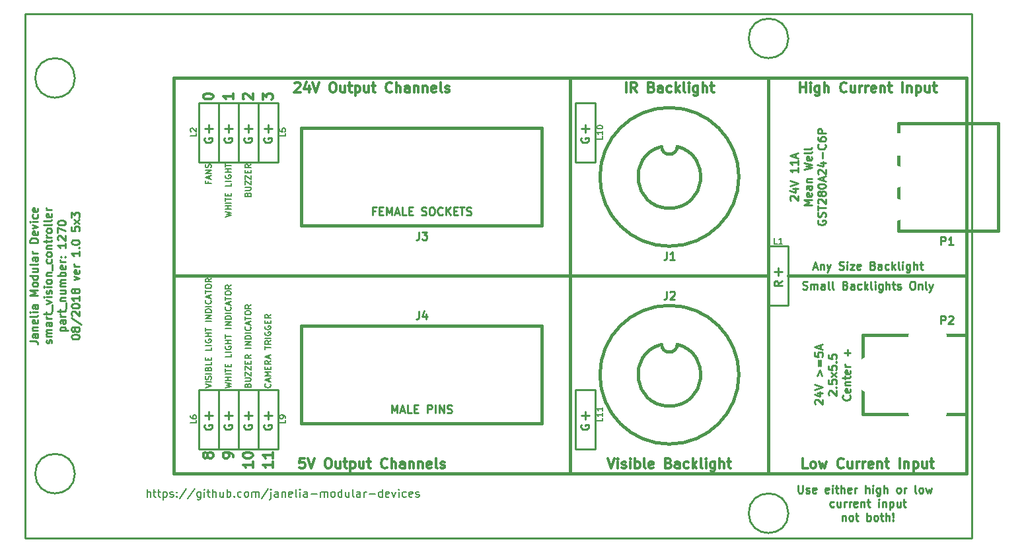
<source format=gto>
G04 #@! TF.GenerationSoftware,KiCad,Pcbnew,6.0.0-rc1-unknown-d9d0051~66~ubuntu18.04.1*
G04 #@! TF.CreationDate,2018-08-28T13:07:50-04:00*
G04 #@! TF.ProjectId,sleep_rig_controller_5x3,736D6172745F766973696F6E5F636F6E,1.0*
G04 #@! TF.SameCoordinates,Original*
G04 #@! TF.FileFunction,Legend,Top*
G04 #@! TF.FilePolarity,Positive*
%FSLAX46Y46*%
G04 Gerber Fmt 4.6, Leading zero omitted, Abs format (unit mm)*
G04 Created by KiCad (PCBNEW 6.0.0-rc1-unknown-d9d0051~66~ubuntu18.04.1) date Tue Aug 28 13:07:50 2018*
%MOMM*%
%LPD*%
G01*
G04 APERTURE LIST*
%ADD10C,0.254000*%
%ADD11C,0.190500*%
%ADD12C,0.381000*%
%ADD13C,0.317500*%
%ADD14C,0.228600*%
%ADD15C,0.400000*%
%ADD16O,5.080000X3.556000*%
%ADD17O,4.064000X5.080000*%
%ADD18O,4.572000X3.556000*%
%ADD19C,1.930400*%
%ADD20O,4.000000X3.000000*%
%ADD21R,4.000000X3.000000*%
%ADD22C,4.000000*%
%ADD23O,1.854200X2.540000*%
%ADD24C,3.556000*%
%ADD25R,1.854200X2.540000*%
%ADD26O,5.000000X6.000000*%
%ADD27O,1.600000X2.200000*%
%ADD28R,1.600000X2.200000*%
%ADD29C,3.000000*%
%ADD30O,1.500000X2.500000*%
%ADD31O,1.524000X2.032000*%
G04 APERTURE END LIST*
D10*
X170833142Y-104309333D02*
X171316952Y-104309333D01*
X170736380Y-104599619D02*
X171075047Y-103583619D01*
X171413714Y-104599619D01*
X171752380Y-103922285D02*
X171752380Y-104599619D01*
X171752380Y-104019047D02*
X171800761Y-103970666D01*
X171897523Y-103922285D01*
X172042666Y-103922285D01*
X172139428Y-103970666D01*
X172187809Y-104067428D01*
X172187809Y-104599619D01*
X172574857Y-103922285D02*
X172816761Y-104599619D01*
X173058666Y-103922285D02*
X172816761Y-104599619D01*
X172720000Y-104841523D01*
X172671619Y-104889904D01*
X172574857Y-104938285D01*
X174171428Y-104551238D02*
X174316571Y-104599619D01*
X174558476Y-104599619D01*
X174655238Y-104551238D01*
X174703619Y-104502857D01*
X174752000Y-104406095D01*
X174752000Y-104309333D01*
X174703619Y-104212571D01*
X174655238Y-104164190D01*
X174558476Y-104115809D01*
X174364952Y-104067428D01*
X174268190Y-104019047D01*
X174219809Y-103970666D01*
X174171428Y-103873904D01*
X174171428Y-103777142D01*
X174219809Y-103680380D01*
X174268190Y-103632000D01*
X174364952Y-103583619D01*
X174606857Y-103583619D01*
X174752000Y-103632000D01*
X175187428Y-104599619D02*
X175187428Y-103922285D01*
X175187428Y-103583619D02*
X175139047Y-103632000D01*
X175187428Y-103680380D01*
X175235809Y-103632000D01*
X175187428Y-103583619D01*
X175187428Y-103680380D01*
X175574476Y-103922285D02*
X176106666Y-103922285D01*
X175574476Y-104599619D01*
X176106666Y-104599619D01*
X176880761Y-104551238D02*
X176784000Y-104599619D01*
X176590476Y-104599619D01*
X176493714Y-104551238D01*
X176445333Y-104454476D01*
X176445333Y-104067428D01*
X176493714Y-103970666D01*
X176590476Y-103922285D01*
X176784000Y-103922285D01*
X176880761Y-103970666D01*
X176929142Y-104067428D01*
X176929142Y-104164190D01*
X176445333Y-104260952D01*
X178477333Y-104067428D02*
X178622476Y-104115809D01*
X178670857Y-104164190D01*
X178719238Y-104260952D01*
X178719238Y-104406095D01*
X178670857Y-104502857D01*
X178622476Y-104551238D01*
X178525714Y-104599619D01*
X178138666Y-104599619D01*
X178138666Y-103583619D01*
X178477333Y-103583619D01*
X178574095Y-103632000D01*
X178622476Y-103680380D01*
X178670857Y-103777142D01*
X178670857Y-103873904D01*
X178622476Y-103970666D01*
X178574095Y-104019047D01*
X178477333Y-104067428D01*
X178138666Y-104067428D01*
X179590095Y-104599619D02*
X179590095Y-104067428D01*
X179541714Y-103970666D01*
X179444952Y-103922285D01*
X179251428Y-103922285D01*
X179154666Y-103970666D01*
X179590095Y-104551238D02*
X179493333Y-104599619D01*
X179251428Y-104599619D01*
X179154666Y-104551238D01*
X179106285Y-104454476D01*
X179106285Y-104357714D01*
X179154666Y-104260952D01*
X179251428Y-104212571D01*
X179493333Y-104212571D01*
X179590095Y-104164190D01*
X180509333Y-104551238D02*
X180412571Y-104599619D01*
X180219047Y-104599619D01*
X180122285Y-104551238D01*
X180073904Y-104502857D01*
X180025523Y-104406095D01*
X180025523Y-104115809D01*
X180073904Y-104019047D01*
X180122285Y-103970666D01*
X180219047Y-103922285D01*
X180412571Y-103922285D01*
X180509333Y-103970666D01*
X180944761Y-104599619D02*
X180944761Y-103583619D01*
X181041523Y-104212571D02*
X181331809Y-104599619D01*
X181331809Y-103922285D02*
X180944761Y-104309333D01*
X181912380Y-104599619D02*
X181815619Y-104551238D01*
X181767238Y-104454476D01*
X181767238Y-103583619D01*
X182299428Y-104599619D02*
X182299428Y-103922285D01*
X182299428Y-103583619D02*
X182251047Y-103632000D01*
X182299428Y-103680380D01*
X182347809Y-103632000D01*
X182299428Y-103583619D01*
X182299428Y-103680380D01*
X183218666Y-103922285D02*
X183218666Y-104744761D01*
X183170285Y-104841523D01*
X183121904Y-104889904D01*
X183025142Y-104938285D01*
X182880000Y-104938285D01*
X182783238Y-104889904D01*
X183218666Y-104551238D02*
X183121904Y-104599619D01*
X182928380Y-104599619D01*
X182831619Y-104551238D01*
X182783238Y-104502857D01*
X182734857Y-104406095D01*
X182734857Y-104115809D01*
X182783238Y-104019047D01*
X182831619Y-103970666D01*
X182928380Y-103922285D01*
X183121904Y-103922285D01*
X183218666Y-103970666D01*
X183702476Y-104599619D02*
X183702476Y-103583619D01*
X184137904Y-104599619D02*
X184137904Y-104067428D01*
X184089523Y-103970666D01*
X183992761Y-103922285D01*
X183847619Y-103922285D01*
X183750857Y-103970666D01*
X183702476Y-104019047D01*
X184476571Y-103922285D02*
X184863619Y-103922285D01*
X184621714Y-103583619D02*
X184621714Y-104454476D01*
X184670095Y-104551238D01*
X184766857Y-104599619D01*
X184863619Y-104599619D01*
X169478476Y-107091238D02*
X169623619Y-107139619D01*
X169865523Y-107139619D01*
X169962285Y-107091238D01*
X170010666Y-107042857D01*
X170059047Y-106946095D01*
X170059047Y-106849333D01*
X170010666Y-106752571D01*
X169962285Y-106704190D01*
X169865523Y-106655809D01*
X169672000Y-106607428D01*
X169575238Y-106559047D01*
X169526857Y-106510666D01*
X169478476Y-106413904D01*
X169478476Y-106317142D01*
X169526857Y-106220380D01*
X169575238Y-106172000D01*
X169672000Y-106123619D01*
X169913904Y-106123619D01*
X170059047Y-106172000D01*
X170494476Y-107139619D02*
X170494476Y-106462285D01*
X170494476Y-106559047D02*
X170542857Y-106510666D01*
X170639619Y-106462285D01*
X170784761Y-106462285D01*
X170881523Y-106510666D01*
X170929904Y-106607428D01*
X170929904Y-107139619D01*
X170929904Y-106607428D02*
X170978285Y-106510666D01*
X171075047Y-106462285D01*
X171220190Y-106462285D01*
X171316952Y-106510666D01*
X171365333Y-106607428D01*
X171365333Y-107139619D01*
X172284571Y-107139619D02*
X172284571Y-106607428D01*
X172236190Y-106510666D01*
X172139428Y-106462285D01*
X171945904Y-106462285D01*
X171849142Y-106510666D01*
X172284571Y-107091238D02*
X172187809Y-107139619D01*
X171945904Y-107139619D01*
X171849142Y-107091238D01*
X171800761Y-106994476D01*
X171800761Y-106897714D01*
X171849142Y-106800952D01*
X171945904Y-106752571D01*
X172187809Y-106752571D01*
X172284571Y-106704190D01*
X172913523Y-107139619D02*
X172816761Y-107091238D01*
X172768380Y-106994476D01*
X172768380Y-106123619D01*
X173445714Y-107139619D02*
X173348952Y-107091238D01*
X173300571Y-106994476D01*
X173300571Y-106123619D01*
X174945523Y-106607428D02*
X175090666Y-106655809D01*
X175139047Y-106704190D01*
X175187428Y-106800952D01*
X175187428Y-106946095D01*
X175139047Y-107042857D01*
X175090666Y-107091238D01*
X174993904Y-107139619D01*
X174606857Y-107139619D01*
X174606857Y-106123619D01*
X174945523Y-106123619D01*
X175042285Y-106172000D01*
X175090666Y-106220380D01*
X175139047Y-106317142D01*
X175139047Y-106413904D01*
X175090666Y-106510666D01*
X175042285Y-106559047D01*
X174945523Y-106607428D01*
X174606857Y-106607428D01*
X176058285Y-107139619D02*
X176058285Y-106607428D01*
X176009904Y-106510666D01*
X175913142Y-106462285D01*
X175719619Y-106462285D01*
X175622857Y-106510666D01*
X176058285Y-107091238D02*
X175961523Y-107139619D01*
X175719619Y-107139619D01*
X175622857Y-107091238D01*
X175574476Y-106994476D01*
X175574476Y-106897714D01*
X175622857Y-106800952D01*
X175719619Y-106752571D01*
X175961523Y-106752571D01*
X176058285Y-106704190D01*
X176977523Y-107091238D02*
X176880761Y-107139619D01*
X176687238Y-107139619D01*
X176590476Y-107091238D01*
X176542095Y-107042857D01*
X176493714Y-106946095D01*
X176493714Y-106655809D01*
X176542095Y-106559047D01*
X176590476Y-106510666D01*
X176687238Y-106462285D01*
X176880761Y-106462285D01*
X176977523Y-106510666D01*
X177412952Y-107139619D02*
X177412952Y-106123619D01*
X177509714Y-106752571D02*
X177800000Y-107139619D01*
X177800000Y-106462285D02*
X177412952Y-106849333D01*
X178380571Y-107139619D02*
X178283809Y-107091238D01*
X178235428Y-106994476D01*
X178235428Y-106123619D01*
X178767619Y-107139619D02*
X178767619Y-106462285D01*
X178767619Y-106123619D02*
X178719238Y-106172000D01*
X178767619Y-106220380D01*
X178816000Y-106172000D01*
X178767619Y-106123619D01*
X178767619Y-106220380D01*
X179686857Y-106462285D02*
X179686857Y-107284761D01*
X179638476Y-107381523D01*
X179590095Y-107429904D01*
X179493333Y-107478285D01*
X179348190Y-107478285D01*
X179251428Y-107429904D01*
X179686857Y-107091238D02*
X179590095Y-107139619D01*
X179396571Y-107139619D01*
X179299809Y-107091238D01*
X179251428Y-107042857D01*
X179203047Y-106946095D01*
X179203047Y-106655809D01*
X179251428Y-106559047D01*
X179299809Y-106510666D01*
X179396571Y-106462285D01*
X179590095Y-106462285D01*
X179686857Y-106510666D01*
X180170666Y-107139619D02*
X180170666Y-106123619D01*
X180606095Y-107139619D02*
X180606095Y-106607428D01*
X180557714Y-106510666D01*
X180460952Y-106462285D01*
X180315809Y-106462285D01*
X180219047Y-106510666D01*
X180170666Y-106559047D01*
X180944761Y-106462285D02*
X181331809Y-106462285D01*
X181089904Y-106123619D02*
X181089904Y-106994476D01*
X181138285Y-107091238D01*
X181235047Y-107139619D01*
X181331809Y-107139619D01*
X181622095Y-107091238D02*
X181718857Y-107139619D01*
X181912380Y-107139619D01*
X182009142Y-107091238D01*
X182057523Y-106994476D01*
X182057523Y-106946095D01*
X182009142Y-106849333D01*
X181912380Y-106800952D01*
X181767238Y-106800952D01*
X181670476Y-106752571D01*
X181622095Y-106655809D01*
X181622095Y-106607428D01*
X181670476Y-106510666D01*
X181767238Y-106462285D01*
X181912380Y-106462285D01*
X182009142Y-106510666D01*
X183460571Y-106123619D02*
X183654095Y-106123619D01*
X183750857Y-106172000D01*
X183847619Y-106268761D01*
X183896000Y-106462285D01*
X183896000Y-106800952D01*
X183847619Y-106994476D01*
X183750857Y-107091238D01*
X183654095Y-107139619D01*
X183460571Y-107139619D01*
X183363809Y-107091238D01*
X183267047Y-106994476D01*
X183218666Y-106800952D01*
X183218666Y-106462285D01*
X183267047Y-106268761D01*
X183363809Y-106172000D01*
X183460571Y-106123619D01*
X184331428Y-106462285D02*
X184331428Y-107139619D01*
X184331428Y-106559047D02*
X184379809Y-106510666D01*
X184476571Y-106462285D01*
X184621714Y-106462285D01*
X184718476Y-106510666D01*
X184766857Y-106607428D01*
X184766857Y-107139619D01*
X185395809Y-107139619D02*
X185299047Y-107091238D01*
X185250666Y-106994476D01*
X185250666Y-106123619D01*
X185686095Y-106462285D02*
X185928000Y-107139619D01*
X186169904Y-106462285D02*
X185928000Y-107139619D01*
X185831238Y-107381523D01*
X185782857Y-107429904D01*
X185686095Y-107478285D01*
D11*
X92927714Y-119818603D02*
X93689714Y-119564603D01*
X92927714Y-119310603D01*
X93689714Y-119056603D02*
X92927714Y-119056603D01*
X93653428Y-118730032D02*
X93689714Y-118621175D01*
X93689714Y-118439746D01*
X93653428Y-118367175D01*
X93617142Y-118330889D01*
X93544571Y-118294603D01*
X93472000Y-118294603D01*
X93399428Y-118330889D01*
X93363142Y-118367175D01*
X93326857Y-118439746D01*
X93290571Y-118584889D01*
X93254285Y-118657460D01*
X93218000Y-118693746D01*
X93145428Y-118730032D01*
X93072857Y-118730032D01*
X93000285Y-118693746D01*
X92964000Y-118657460D01*
X92927714Y-118584889D01*
X92927714Y-118403460D01*
X92964000Y-118294603D01*
X93689714Y-117968032D02*
X92927714Y-117968032D01*
X93290571Y-117351175D02*
X93326857Y-117242317D01*
X93363142Y-117206032D01*
X93435714Y-117169746D01*
X93544571Y-117169746D01*
X93617142Y-117206032D01*
X93653428Y-117242317D01*
X93689714Y-117314889D01*
X93689714Y-117605175D01*
X92927714Y-117605175D01*
X92927714Y-117351175D01*
X92964000Y-117278603D01*
X93000285Y-117242317D01*
X93072857Y-117206032D01*
X93145428Y-117206032D01*
X93218000Y-117242317D01*
X93254285Y-117278603D01*
X93290571Y-117351175D01*
X93290571Y-117605175D01*
X93689714Y-116480317D02*
X93689714Y-116843175D01*
X92927714Y-116843175D01*
X93290571Y-116226317D02*
X93290571Y-115972317D01*
X93689714Y-115863460D02*
X93689714Y-116226317D01*
X92927714Y-116226317D01*
X92927714Y-115863460D01*
X93689714Y-114593460D02*
X93689714Y-114956317D01*
X92927714Y-114956317D01*
X93689714Y-114339460D02*
X92927714Y-114339460D01*
X92964000Y-113577460D02*
X92927714Y-113650032D01*
X92927714Y-113758889D01*
X92964000Y-113867746D01*
X93036571Y-113940317D01*
X93109142Y-113976603D01*
X93254285Y-114012889D01*
X93363142Y-114012889D01*
X93508285Y-113976603D01*
X93580857Y-113940317D01*
X93653428Y-113867746D01*
X93689714Y-113758889D01*
X93689714Y-113686317D01*
X93653428Y-113577460D01*
X93617142Y-113541175D01*
X93363142Y-113541175D01*
X93363142Y-113686317D01*
X93689714Y-113214603D02*
X92927714Y-113214603D01*
X93290571Y-113214603D02*
X93290571Y-112779175D01*
X93689714Y-112779175D02*
X92927714Y-112779175D01*
X92927714Y-112525175D02*
X92927714Y-112089746D01*
X93689714Y-112307460D02*
X92927714Y-112307460D01*
X93689714Y-111255175D02*
X92927714Y-111255175D01*
X93689714Y-110892317D02*
X92927714Y-110892317D01*
X93689714Y-110456889D01*
X92927714Y-110456889D01*
X93689714Y-110094032D02*
X92927714Y-110094032D01*
X92927714Y-109912603D01*
X92964000Y-109803746D01*
X93036571Y-109731175D01*
X93109142Y-109694889D01*
X93254285Y-109658603D01*
X93363142Y-109658603D01*
X93508285Y-109694889D01*
X93580857Y-109731175D01*
X93653428Y-109803746D01*
X93689714Y-109912603D01*
X93689714Y-110094032D01*
X93689714Y-109332032D02*
X92927714Y-109332032D01*
X93617142Y-108533746D02*
X93653428Y-108570032D01*
X93689714Y-108678889D01*
X93689714Y-108751460D01*
X93653428Y-108860317D01*
X93580857Y-108932889D01*
X93508285Y-108969175D01*
X93363142Y-109005460D01*
X93254285Y-109005460D01*
X93109142Y-108969175D01*
X93036571Y-108932889D01*
X92964000Y-108860317D01*
X92927714Y-108751460D01*
X92927714Y-108678889D01*
X92964000Y-108570032D01*
X93000285Y-108533746D01*
X93472000Y-108243460D02*
X93472000Y-107880603D01*
X93689714Y-108316032D02*
X92927714Y-108062032D01*
X93689714Y-107808032D01*
X92927714Y-107662889D02*
X92927714Y-107227460D01*
X93689714Y-107445175D02*
X92927714Y-107445175D01*
X92927714Y-106828317D02*
X92927714Y-106683175D01*
X92964000Y-106610603D01*
X93036571Y-106538032D01*
X93181714Y-106501746D01*
X93435714Y-106501746D01*
X93580857Y-106538032D01*
X93653428Y-106610603D01*
X93689714Y-106683175D01*
X93689714Y-106828317D01*
X93653428Y-106900889D01*
X93580857Y-106973460D01*
X93435714Y-107009746D01*
X93181714Y-107009746D01*
X93036571Y-106973460D01*
X92964000Y-106900889D01*
X92927714Y-106828317D01*
X93689714Y-105739746D02*
X93326857Y-105993746D01*
X93689714Y-106175175D02*
X92927714Y-106175175D01*
X92927714Y-105884889D01*
X92964000Y-105812317D01*
X93000285Y-105776032D01*
X93072857Y-105739746D01*
X93181714Y-105739746D01*
X93254285Y-105776032D01*
X93290571Y-105812317D01*
X93326857Y-105884889D01*
X93326857Y-106175175D01*
X98370571Y-119455746D02*
X98406857Y-119346889D01*
X98443142Y-119310603D01*
X98515714Y-119274317D01*
X98624571Y-119274317D01*
X98697142Y-119310603D01*
X98733428Y-119346889D01*
X98769714Y-119419460D01*
X98769714Y-119709746D01*
X98007714Y-119709746D01*
X98007714Y-119455746D01*
X98044000Y-119383175D01*
X98080285Y-119346889D01*
X98152857Y-119310603D01*
X98225428Y-119310603D01*
X98298000Y-119346889D01*
X98334285Y-119383175D01*
X98370571Y-119455746D01*
X98370571Y-119709746D01*
X98007714Y-118947746D02*
X98624571Y-118947746D01*
X98697142Y-118911460D01*
X98733428Y-118875175D01*
X98769714Y-118802603D01*
X98769714Y-118657460D01*
X98733428Y-118584889D01*
X98697142Y-118548603D01*
X98624571Y-118512317D01*
X98007714Y-118512317D01*
X98007714Y-118222032D02*
X98007714Y-117714032D01*
X98769714Y-118222032D01*
X98769714Y-117714032D01*
X98007714Y-117496317D02*
X98007714Y-116988317D01*
X98769714Y-117496317D01*
X98769714Y-116988317D01*
X98370571Y-116698032D02*
X98370571Y-116444032D01*
X98769714Y-116335175D02*
X98769714Y-116698032D01*
X98007714Y-116698032D01*
X98007714Y-116335175D01*
X98769714Y-115573175D02*
X98406857Y-115827175D01*
X98769714Y-116008603D02*
X98007714Y-116008603D01*
X98007714Y-115718317D01*
X98044000Y-115645746D01*
X98080285Y-115609460D01*
X98152857Y-115573175D01*
X98261714Y-115573175D01*
X98334285Y-115609460D01*
X98370571Y-115645746D01*
X98406857Y-115718317D01*
X98406857Y-116008603D01*
X98769714Y-114666032D02*
X98007714Y-114666032D01*
X98769714Y-114303175D02*
X98007714Y-114303175D01*
X98769714Y-113867746D01*
X98007714Y-113867746D01*
X98769714Y-113504889D02*
X98007714Y-113504889D01*
X98007714Y-113323460D01*
X98044000Y-113214603D01*
X98116571Y-113142032D01*
X98189142Y-113105746D01*
X98334285Y-113069460D01*
X98443142Y-113069460D01*
X98588285Y-113105746D01*
X98660857Y-113142032D01*
X98733428Y-113214603D01*
X98769714Y-113323460D01*
X98769714Y-113504889D01*
X98769714Y-112742889D02*
X98007714Y-112742889D01*
X98697142Y-111944603D02*
X98733428Y-111980889D01*
X98769714Y-112089746D01*
X98769714Y-112162317D01*
X98733428Y-112271175D01*
X98660857Y-112343746D01*
X98588285Y-112380032D01*
X98443142Y-112416317D01*
X98334285Y-112416317D01*
X98189142Y-112380032D01*
X98116571Y-112343746D01*
X98044000Y-112271175D01*
X98007714Y-112162317D01*
X98007714Y-112089746D01*
X98044000Y-111980889D01*
X98080285Y-111944603D01*
X98552000Y-111654317D02*
X98552000Y-111291460D01*
X98769714Y-111726889D02*
X98007714Y-111472889D01*
X98769714Y-111218889D01*
X98007714Y-111073746D02*
X98007714Y-110638317D01*
X98769714Y-110856032D02*
X98007714Y-110856032D01*
X98007714Y-110239175D02*
X98007714Y-110094032D01*
X98044000Y-110021460D01*
X98116571Y-109948889D01*
X98261714Y-109912603D01*
X98515714Y-109912603D01*
X98660857Y-109948889D01*
X98733428Y-110021460D01*
X98769714Y-110094032D01*
X98769714Y-110239175D01*
X98733428Y-110311746D01*
X98660857Y-110384317D01*
X98515714Y-110420603D01*
X98261714Y-110420603D01*
X98116571Y-110384317D01*
X98044000Y-110311746D01*
X98007714Y-110239175D01*
X98769714Y-109150603D02*
X98406857Y-109404603D01*
X98769714Y-109586032D02*
X98007714Y-109586032D01*
X98007714Y-109295746D01*
X98044000Y-109223175D01*
X98080285Y-109186889D01*
X98152857Y-109150603D01*
X98261714Y-109150603D01*
X98334285Y-109186889D01*
X98370571Y-109223175D01*
X98406857Y-109295746D01*
X98406857Y-109586032D01*
X95467714Y-119782317D02*
X96229714Y-119600889D01*
X95685428Y-119455746D01*
X96229714Y-119310603D01*
X95467714Y-119129175D01*
X96229714Y-118838889D02*
X95467714Y-118838889D01*
X95830571Y-118838889D02*
X95830571Y-118403460D01*
X96229714Y-118403460D02*
X95467714Y-118403460D01*
X96229714Y-118040603D02*
X95467714Y-118040603D01*
X95467714Y-117786603D02*
X95467714Y-117351175D01*
X96229714Y-117568889D02*
X95467714Y-117568889D01*
X95830571Y-117097175D02*
X95830571Y-116843175D01*
X96229714Y-116734317D02*
X96229714Y-117097175D01*
X95467714Y-117097175D01*
X95467714Y-116734317D01*
X96229714Y-115464317D02*
X96229714Y-115827175D01*
X95467714Y-115827175D01*
X96229714Y-115210317D02*
X95467714Y-115210317D01*
X95504000Y-114448317D02*
X95467714Y-114520889D01*
X95467714Y-114629746D01*
X95504000Y-114738603D01*
X95576571Y-114811175D01*
X95649142Y-114847460D01*
X95794285Y-114883746D01*
X95903142Y-114883746D01*
X96048285Y-114847460D01*
X96120857Y-114811175D01*
X96193428Y-114738603D01*
X96229714Y-114629746D01*
X96229714Y-114557175D01*
X96193428Y-114448317D01*
X96157142Y-114412032D01*
X95903142Y-114412032D01*
X95903142Y-114557175D01*
X96229714Y-114085460D02*
X95467714Y-114085460D01*
X95830571Y-114085460D02*
X95830571Y-113650032D01*
X96229714Y-113650032D02*
X95467714Y-113650032D01*
X95467714Y-113396032D02*
X95467714Y-112960603D01*
X96229714Y-113178317D02*
X95467714Y-113178317D01*
X96229714Y-112126032D02*
X95467714Y-112126032D01*
X96229714Y-111763175D02*
X95467714Y-111763175D01*
X96229714Y-111327746D01*
X95467714Y-111327746D01*
X96229714Y-110964889D02*
X95467714Y-110964889D01*
X95467714Y-110783460D01*
X95504000Y-110674603D01*
X95576571Y-110602032D01*
X95649142Y-110565746D01*
X95794285Y-110529460D01*
X95903142Y-110529460D01*
X96048285Y-110565746D01*
X96120857Y-110602032D01*
X96193428Y-110674603D01*
X96229714Y-110783460D01*
X96229714Y-110964889D01*
X96229714Y-110202889D02*
X95467714Y-110202889D01*
X96157142Y-109404603D02*
X96193428Y-109440889D01*
X96229714Y-109549746D01*
X96229714Y-109622317D01*
X96193428Y-109731175D01*
X96120857Y-109803746D01*
X96048285Y-109840032D01*
X95903142Y-109876317D01*
X95794285Y-109876317D01*
X95649142Y-109840032D01*
X95576571Y-109803746D01*
X95504000Y-109731175D01*
X95467714Y-109622317D01*
X95467714Y-109549746D01*
X95504000Y-109440889D01*
X95540285Y-109404603D01*
X96012000Y-109114317D02*
X96012000Y-108751460D01*
X96229714Y-109186889D02*
X95467714Y-108932889D01*
X96229714Y-108678889D01*
X95467714Y-108533746D02*
X95467714Y-108098317D01*
X96229714Y-108316032D02*
X95467714Y-108316032D01*
X95467714Y-107699175D02*
X95467714Y-107554032D01*
X95504000Y-107481460D01*
X95576571Y-107408889D01*
X95721714Y-107372603D01*
X95975714Y-107372603D01*
X96120857Y-107408889D01*
X96193428Y-107481460D01*
X96229714Y-107554032D01*
X96229714Y-107699175D01*
X96193428Y-107771746D01*
X96120857Y-107844317D01*
X95975714Y-107880603D01*
X95721714Y-107880603D01*
X95576571Y-107844317D01*
X95504000Y-107771746D01*
X95467714Y-107699175D01*
X96229714Y-106610603D02*
X95866857Y-106864603D01*
X96229714Y-107046032D02*
X95467714Y-107046032D01*
X95467714Y-106755746D01*
X95504000Y-106683175D01*
X95540285Y-106646889D01*
X95612857Y-106610603D01*
X95721714Y-106610603D01*
X95794285Y-106646889D01*
X95830571Y-106683175D01*
X95866857Y-106755746D01*
X95866857Y-107046032D01*
X101237142Y-119274317D02*
X101273428Y-119310603D01*
X101309714Y-119419460D01*
X101309714Y-119492032D01*
X101273428Y-119600889D01*
X101200857Y-119673460D01*
X101128285Y-119709746D01*
X100983142Y-119746032D01*
X100874285Y-119746032D01*
X100729142Y-119709746D01*
X100656571Y-119673460D01*
X100584000Y-119600889D01*
X100547714Y-119492032D01*
X100547714Y-119419460D01*
X100584000Y-119310603D01*
X100620285Y-119274317D01*
X101092000Y-118984032D02*
X101092000Y-118621175D01*
X101309714Y-119056603D02*
X100547714Y-118802603D01*
X101309714Y-118548603D01*
X101309714Y-118294603D02*
X100547714Y-118294603D01*
X101092000Y-118040603D01*
X100547714Y-117786603D01*
X101309714Y-117786603D01*
X100910571Y-117423746D02*
X100910571Y-117169746D01*
X101309714Y-117060889D02*
X101309714Y-117423746D01*
X100547714Y-117423746D01*
X100547714Y-117060889D01*
X101309714Y-116298889D02*
X100946857Y-116552889D01*
X101309714Y-116734317D02*
X100547714Y-116734317D01*
X100547714Y-116444032D01*
X100584000Y-116371460D01*
X100620285Y-116335175D01*
X100692857Y-116298889D01*
X100801714Y-116298889D01*
X100874285Y-116335175D01*
X100910571Y-116371460D01*
X100946857Y-116444032D01*
X100946857Y-116734317D01*
X101092000Y-116008603D02*
X101092000Y-115645746D01*
X101309714Y-116081175D02*
X100547714Y-115827175D01*
X101309714Y-115573175D01*
X100547714Y-114847460D02*
X100547714Y-114412032D01*
X101309714Y-114629746D02*
X100547714Y-114629746D01*
X101309714Y-113722603D02*
X100946857Y-113976603D01*
X101309714Y-114158032D02*
X100547714Y-114158032D01*
X100547714Y-113867746D01*
X100584000Y-113795175D01*
X100620285Y-113758889D01*
X100692857Y-113722603D01*
X100801714Y-113722603D01*
X100874285Y-113758889D01*
X100910571Y-113795175D01*
X100946857Y-113867746D01*
X100946857Y-114158032D01*
X101309714Y-113396032D02*
X100547714Y-113396032D01*
X100584000Y-112634032D02*
X100547714Y-112706603D01*
X100547714Y-112815460D01*
X100584000Y-112924317D01*
X100656571Y-112996889D01*
X100729142Y-113033175D01*
X100874285Y-113069460D01*
X100983142Y-113069460D01*
X101128285Y-113033175D01*
X101200857Y-112996889D01*
X101273428Y-112924317D01*
X101309714Y-112815460D01*
X101309714Y-112742889D01*
X101273428Y-112634032D01*
X101237142Y-112597746D01*
X100983142Y-112597746D01*
X100983142Y-112742889D01*
X100584000Y-111872032D02*
X100547714Y-111944603D01*
X100547714Y-112053460D01*
X100584000Y-112162317D01*
X100656571Y-112234889D01*
X100729142Y-112271175D01*
X100874285Y-112307460D01*
X100983142Y-112307460D01*
X101128285Y-112271175D01*
X101200857Y-112234889D01*
X101273428Y-112162317D01*
X101309714Y-112053460D01*
X101309714Y-111980889D01*
X101273428Y-111872032D01*
X101237142Y-111835746D01*
X100983142Y-111835746D01*
X100983142Y-111980889D01*
X100910571Y-111509175D02*
X100910571Y-111255175D01*
X101309714Y-111146317D02*
X101309714Y-111509175D01*
X100547714Y-111509175D01*
X100547714Y-111146317D01*
X101309714Y-110384317D02*
X100946857Y-110638317D01*
X101309714Y-110819746D02*
X100547714Y-110819746D01*
X100547714Y-110529460D01*
X100584000Y-110456889D01*
X100620285Y-110420603D01*
X100692857Y-110384317D01*
X100801714Y-110384317D01*
X100874285Y-110420603D01*
X100910571Y-110456889D01*
X100946857Y-110529460D01*
X100946857Y-110819746D01*
X98370571Y-94956539D02*
X98406857Y-94847682D01*
X98443142Y-94811396D01*
X98515714Y-94775110D01*
X98624571Y-94775110D01*
X98697142Y-94811396D01*
X98733428Y-94847682D01*
X98769714Y-94920253D01*
X98769714Y-95210539D01*
X98007714Y-95210539D01*
X98007714Y-94956539D01*
X98044000Y-94883967D01*
X98080285Y-94847682D01*
X98152857Y-94811396D01*
X98225428Y-94811396D01*
X98298000Y-94847682D01*
X98334285Y-94883967D01*
X98370571Y-94956539D01*
X98370571Y-95210539D01*
X98007714Y-94448539D02*
X98624571Y-94448539D01*
X98697142Y-94412253D01*
X98733428Y-94375967D01*
X98769714Y-94303396D01*
X98769714Y-94158253D01*
X98733428Y-94085682D01*
X98697142Y-94049396D01*
X98624571Y-94013110D01*
X98007714Y-94013110D01*
X98007714Y-93722825D02*
X98007714Y-93214825D01*
X98769714Y-93722825D01*
X98769714Y-93214825D01*
X98007714Y-92997110D02*
X98007714Y-92489110D01*
X98769714Y-92997110D01*
X98769714Y-92489110D01*
X98370571Y-92198825D02*
X98370571Y-91944825D01*
X98769714Y-91835967D02*
X98769714Y-92198825D01*
X98007714Y-92198825D01*
X98007714Y-91835967D01*
X98769714Y-91073967D02*
X98406857Y-91327967D01*
X98769714Y-91509396D02*
X98007714Y-91509396D01*
X98007714Y-91219110D01*
X98044000Y-91146539D01*
X98080285Y-91110253D01*
X98152857Y-91073967D01*
X98261714Y-91073967D01*
X98334285Y-91110253D01*
X98370571Y-91146539D01*
X98406857Y-91219110D01*
X98406857Y-91509396D01*
X95467714Y-97823110D02*
X96229714Y-97641682D01*
X95685428Y-97496539D01*
X96229714Y-97351396D01*
X95467714Y-97169967D01*
X96229714Y-96879682D02*
X95467714Y-96879682D01*
X95830571Y-96879682D02*
X95830571Y-96444253D01*
X96229714Y-96444253D02*
X95467714Y-96444253D01*
X96229714Y-96081396D02*
X95467714Y-96081396D01*
X95467714Y-95827396D02*
X95467714Y-95391967D01*
X96229714Y-95609682D02*
X95467714Y-95609682D01*
X95830571Y-95137967D02*
X95830571Y-94883967D01*
X96229714Y-94775110D02*
X96229714Y-95137967D01*
X95467714Y-95137967D01*
X95467714Y-94775110D01*
X96229714Y-93505110D02*
X96229714Y-93867967D01*
X95467714Y-93867967D01*
X96229714Y-93251110D02*
X95467714Y-93251110D01*
X95504000Y-92489110D02*
X95467714Y-92561682D01*
X95467714Y-92670539D01*
X95504000Y-92779396D01*
X95576571Y-92851967D01*
X95649142Y-92888253D01*
X95794285Y-92924539D01*
X95903142Y-92924539D01*
X96048285Y-92888253D01*
X96120857Y-92851967D01*
X96193428Y-92779396D01*
X96229714Y-92670539D01*
X96229714Y-92597967D01*
X96193428Y-92489110D01*
X96157142Y-92452825D01*
X95903142Y-92452825D01*
X95903142Y-92597967D01*
X96229714Y-92126253D02*
X95467714Y-92126253D01*
X95830571Y-92126253D02*
X95830571Y-91690825D01*
X96229714Y-91690825D02*
X95467714Y-91690825D01*
X95467714Y-91436825D02*
X95467714Y-91001396D01*
X96229714Y-91219110D02*
X95467714Y-91219110D01*
X93290571Y-93323682D02*
X93290571Y-93577682D01*
X93689714Y-93577682D02*
X92927714Y-93577682D01*
X92927714Y-93214825D01*
X93472000Y-92960825D02*
X93472000Y-92597967D01*
X93689714Y-93033396D02*
X92927714Y-92779396D01*
X93689714Y-92525396D01*
X93689714Y-92271396D02*
X92927714Y-92271396D01*
X93689714Y-91835967D01*
X92927714Y-91835967D01*
X93653428Y-91509396D02*
X93689714Y-91400539D01*
X93689714Y-91219110D01*
X93653428Y-91146539D01*
X93617142Y-91110253D01*
X93544571Y-91073967D01*
X93472000Y-91073967D01*
X93399428Y-91110253D01*
X93363142Y-91146539D01*
X93326857Y-91219110D01*
X93290571Y-91364253D01*
X93254285Y-91436825D01*
X93218000Y-91473110D01*
X93145428Y-91509396D01*
X93072857Y-91509396D01*
X93000285Y-91473110D01*
X92964000Y-91436825D01*
X92927714Y-91364253D01*
X92927714Y-91182825D01*
X92964000Y-91073967D01*
D12*
X167640000Y-105410000D02*
X190500000Y-105410000D01*
X165100000Y-105410000D02*
X88900000Y-105410000D01*
D13*
X105651904Y-128844523D02*
X105047142Y-128844523D01*
X104986666Y-129449285D01*
X105047142Y-129388809D01*
X105168095Y-129328333D01*
X105470476Y-129328333D01*
X105591428Y-129388809D01*
X105651904Y-129449285D01*
X105712380Y-129570238D01*
X105712380Y-129872619D01*
X105651904Y-129993571D01*
X105591428Y-130054047D01*
X105470476Y-130114523D01*
X105168095Y-130114523D01*
X105047142Y-130054047D01*
X104986666Y-129993571D01*
X106075238Y-128844523D02*
X106498571Y-130114523D01*
X106921904Y-128844523D01*
X108554761Y-128844523D02*
X108796666Y-128844523D01*
X108917619Y-128905000D01*
X109038571Y-129025952D01*
X109099047Y-129267857D01*
X109099047Y-129691190D01*
X109038571Y-129933095D01*
X108917619Y-130054047D01*
X108796666Y-130114523D01*
X108554761Y-130114523D01*
X108433809Y-130054047D01*
X108312857Y-129933095D01*
X108252380Y-129691190D01*
X108252380Y-129267857D01*
X108312857Y-129025952D01*
X108433809Y-128905000D01*
X108554761Y-128844523D01*
X110187619Y-129267857D02*
X110187619Y-130114523D01*
X109643333Y-129267857D02*
X109643333Y-129933095D01*
X109703809Y-130054047D01*
X109824761Y-130114523D01*
X110006190Y-130114523D01*
X110127142Y-130054047D01*
X110187619Y-129993571D01*
X110610952Y-129267857D02*
X111094761Y-129267857D01*
X110792380Y-128844523D02*
X110792380Y-129933095D01*
X110852857Y-130054047D01*
X110973809Y-130114523D01*
X111094761Y-130114523D01*
X111518095Y-129267857D02*
X111518095Y-130537857D01*
X111518095Y-129328333D02*
X111639047Y-129267857D01*
X111880952Y-129267857D01*
X112001904Y-129328333D01*
X112062380Y-129388809D01*
X112122857Y-129509761D01*
X112122857Y-129872619D01*
X112062380Y-129993571D01*
X112001904Y-130054047D01*
X111880952Y-130114523D01*
X111639047Y-130114523D01*
X111518095Y-130054047D01*
X113211428Y-129267857D02*
X113211428Y-130114523D01*
X112667142Y-129267857D02*
X112667142Y-129933095D01*
X112727619Y-130054047D01*
X112848571Y-130114523D01*
X113030000Y-130114523D01*
X113150952Y-130054047D01*
X113211428Y-129993571D01*
X113634761Y-129267857D02*
X114118571Y-129267857D01*
X113816190Y-128844523D02*
X113816190Y-129933095D01*
X113876666Y-130054047D01*
X113997619Y-130114523D01*
X114118571Y-130114523D01*
X116235238Y-129993571D02*
X116174761Y-130054047D01*
X115993333Y-130114523D01*
X115872380Y-130114523D01*
X115690952Y-130054047D01*
X115570000Y-129933095D01*
X115509523Y-129812142D01*
X115449047Y-129570238D01*
X115449047Y-129388809D01*
X115509523Y-129146904D01*
X115570000Y-129025952D01*
X115690952Y-128905000D01*
X115872380Y-128844523D01*
X115993333Y-128844523D01*
X116174761Y-128905000D01*
X116235238Y-128965476D01*
X116779523Y-130114523D02*
X116779523Y-128844523D01*
X117323809Y-130114523D02*
X117323809Y-129449285D01*
X117263333Y-129328333D01*
X117142380Y-129267857D01*
X116960952Y-129267857D01*
X116840000Y-129328333D01*
X116779523Y-129388809D01*
X118472857Y-130114523D02*
X118472857Y-129449285D01*
X118412380Y-129328333D01*
X118291428Y-129267857D01*
X118049523Y-129267857D01*
X117928571Y-129328333D01*
X118472857Y-130054047D02*
X118351904Y-130114523D01*
X118049523Y-130114523D01*
X117928571Y-130054047D01*
X117868095Y-129933095D01*
X117868095Y-129812142D01*
X117928571Y-129691190D01*
X118049523Y-129630714D01*
X118351904Y-129630714D01*
X118472857Y-129570238D01*
X119077619Y-129267857D02*
X119077619Y-130114523D01*
X119077619Y-129388809D02*
X119138095Y-129328333D01*
X119259047Y-129267857D01*
X119440476Y-129267857D01*
X119561428Y-129328333D01*
X119621904Y-129449285D01*
X119621904Y-130114523D01*
X120226666Y-129267857D02*
X120226666Y-130114523D01*
X120226666Y-129388809D02*
X120287142Y-129328333D01*
X120408095Y-129267857D01*
X120589523Y-129267857D01*
X120710476Y-129328333D01*
X120770952Y-129449285D01*
X120770952Y-130114523D01*
X121859523Y-130054047D02*
X121738571Y-130114523D01*
X121496666Y-130114523D01*
X121375714Y-130054047D01*
X121315238Y-129933095D01*
X121315238Y-129449285D01*
X121375714Y-129328333D01*
X121496666Y-129267857D01*
X121738571Y-129267857D01*
X121859523Y-129328333D01*
X121920000Y-129449285D01*
X121920000Y-129570238D01*
X121315238Y-129691190D01*
X122645714Y-130114523D02*
X122524761Y-130054047D01*
X122464285Y-129933095D01*
X122464285Y-128844523D01*
X123069047Y-130054047D02*
X123190000Y-130114523D01*
X123431904Y-130114523D01*
X123552857Y-130054047D01*
X123613333Y-129933095D01*
X123613333Y-129872619D01*
X123552857Y-129751666D01*
X123431904Y-129691190D01*
X123250476Y-129691190D01*
X123129523Y-129630714D01*
X123069047Y-129509761D01*
X123069047Y-129449285D01*
X123129523Y-129328333D01*
X123250476Y-129267857D01*
X123431904Y-129267857D01*
X123552857Y-129328333D01*
X104381904Y-80705476D02*
X104442380Y-80645000D01*
X104563333Y-80584523D01*
X104865714Y-80584523D01*
X104986666Y-80645000D01*
X105047142Y-80705476D01*
X105107619Y-80826428D01*
X105107619Y-80947380D01*
X105047142Y-81128809D01*
X104321428Y-81854523D01*
X105107619Y-81854523D01*
X106196190Y-81007857D02*
X106196190Y-81854523D01*
X105893809Y-80524047D02*
X105591428Y-81431190D01*
X106377619Y-81431190D01*
X106680000Y-80584523D02*
X107103333Y-81854523D01*
X107526666Y-80584523D01*
X109159523Y-80584523D02*
X109401428Y-80584523D01*
X109522380Y-80645000D01*
X109643333Y-80765952D01*
X109703809Y-81007857D01*
X109703809Y-81431190D01*
X109643333Y-81673095D01*
X109522380Y-81794047D01*
X109401428Y-81854523D01*
X109159523Y-81854523D01*
X109038571Y-81794047D01*
X108917619Y-81673095D01*
X108857142Y-81431190D01*
X108857142Y-81007857D01*
X108917619Y-80765952D01*
X109038571Y-80645000D01*
X109159523Y-80584523D01*
X110792380Y-81007857D02*
X110792380Y-81854523D01*
X110248095Y-81007857D02*
X110248095Y-81673095D01*
X110308571Y-81794047D01*
X110429523Y-81854523D01*
X110610952Y-81854523D01*
X110731904Y-81794047D01*
X110792380Y-81733571D01*
X111215714Y-81007857D02*
X111699523Y-81007857D01*
X111397142Y-80584523D02*
X111397142Y-81673095D01*
X111457619Y-81794047D01*
X111578571Y-81854523D01*
X111699523Y-81854523D01*
X112122857Y-81007857D02*
X112122857Y-82277857D01*
X112122857Y-81068333D02*
X112243809Y-81007857D01*
X112485714Y-81007857D01*
X112606666Y-81068333D01*
X112667142Y-81128809D01*
X112727619Y-81249761D01*
X112727619Y-81612619D01*
X112667142Y-81733571D01*
X112606666Y-81794047D01*
X112485714Y-81854523D01*
X112243809Y-81854523D01*
X112122857Y-81794047D01*
X113816190Y-81007857D02*
X113816190Y-81854523D01*
X113271904Y-81007857D02*
X113271904Y-81673095D01*
X113332380Y-81794047D01*
X113453333Y-81854523D01*
X113634761Y-81854523D01*
X113755714Y-81794047D01*
X113816190Y-81733571D01*
X114239523Y-81007857D02*
X114723333Y-81007857D01*
X114420952Y-80584523D02*
X114420952Y-81673095D01*
X114481428Y-81794047D01*
X114602380Y-81854523D01*
X114723333Y-81854523D01*
X116840000Y-81733571D02*
X116779523Y-81794047D01*
X116598095Y-81854523D01*
X116477142Y-81854523D01*
X116295714Y-81794047D01*
X116174761Y-81673095D01*
X116114285Y-81552142D01*
X116053809Y-81310238D01*
X116053809Y-81128809D01*
X116114285Y-80886904D01*
X116174761Y-80765952D01*
X116295714Y-80645000D01*
X116477142Y-80584523D01*
X116598095Y-80584523D01*
X116779523Y-80645000D01*
X116840000Y-80705476D01*
X117384285Y-81854523D02*
X117384285Y-80584523D01*
X117928571Y-81854523D02*
X117928571Y-81189285D01*
X117868095Y-81068333D01*
X117747142Y-81007857D01*
X117565714Y-81007857D01*
X117444761Y-81068333D01*
X117384285Y-81128809D01*
X119077619Y-81854523D02*
X119077619Y-81189285D01*
X119017142Y-81068333D01*
X118896190Y-81007857D01*
X118654285Y-81007857D01*
X118533333Y-81068333D01*
X119077619Y-81794047D02*
X118956666Y-81854523D01*
X118654285Y-81854523D01*
X118533333Y-81794047D01*
X118472857Y-81673095D01*
X118472857Y-81552142D01*
X118533333Y-81431190D01*
X118654285Y-81370714D01*
X118956666Y-81370714D01*
X119077619Y-81310238D01*
X119682380Y-81007857D02*
X119682380Y-81854523D01*
X119682380Y-81128809D02*
X119742857Y-81068333D01*
X119863809Y-81007857D01*
X120045238Y-81007857D01*
X120166190Y-81068333D01*
X120226666Y-81189285D01*
X120226666Y-81854523D01*
X120831428Y-81007857D02*
X120831428Y-81854523D01*
X120831428Y-81128809D02*
X120891904Y-81068333D01*
X121012857Y-81007857D01*
X121194285Y-81007857D01*
X121315238Y-81068333D01*
X121375714Y-81189285D01*
X121375714Y-81854523D01*
X122464285Y-81794047D02*
X122343333Y-81854523D01*
X122101428Y-81854523D01*
X121980476Y-81794047D01*
X121920000Y-81673095D01*
X121920000Y-81189285D01*
X121980476Y-81068333D01*
X122101428Y-81007857D01*
X122343333Y-81007857D01*
X122464285Y-81068333D01*
X122524761Y-81189285D01*
X122524761Y-81310238D01*
X121920000Y-81431190D01*
X123250476Y-81854523D02*
X123129523Y-81794047D01*
X123069047Y-81673095D01*
X123069047Y-80584523D01*
X123673809Y-81794047D02*
X123794761Y-81854523D01*
X124036666Y-81854523D01*
X124157619Y-81794047D01*
X124218095Y-81673095D01*
X124218095Y-81612619D01*
X124157619Y-81491666D01*
X124036666Y-81431190D01*
X123855238Y-81431190D01*
X123734285Y-81370714D01*
X123673809Y-81249761D01*
X123673809Y-81189285D01*
X123734285Y-81068333D01*
X123855238Y-81007857D01*
X124036666Y-81007857D01*
X124157619Y-81068333D01*
X101539523Y-129292803D02*
X101539523Y-130018517D01*
X101539523Y-129655660D02*
X100269523Y-129655660D01*
X100450952Y-129776613D01*
X100571904Y-129897565D01*
X100632380Y-130018517D01*
X101539523Y-128083279D02*
X101539523Y-128808994D01*
X101539523Y-128446136D02*
X100269523Y-128446136D01*
X100450952Y-128567089D01*
X100571904Y-128688041D01*
X100632380Y-128808994D01*
X98999523Y-129292803D02*
X98999523Y-130018517D01*
X98999523Y-129655660D02*
X97729523Y-129655660D01*
X97910952Y-129776613D01*
X98031904Y-129897565D01*
X98092380Y-130018517D01*
X97729523Y-128506613D02*
X97729523Y-128385660D01*
X97790000Y-128264708D01*
X97850476Y-128204232D01*
X97971428Y-128143755D01*
X98213333Y-128083279D01*
X98515714Y-128083279D01*
X98757619Y-128143755D01*
X98878571Y-128204232D01*
X98939047Y-128264708D01*
X98999523Y-128385660D01*
X98999523Y-128506613D01*
X98939047Y-128627565D01*
X98878571Y-128688041D01*
X98757619Y-128748517D01*
X98515714Y-128808994D01*
X98213333Y-128808994D01*
X97971428Y-128748517D01*
X97850476Y-128688041D01*
X97790000Y-128627565D01*
X97729523Y-128506613D01*
X96459523Y-128688041D02*
X96459523Y-128446136D01*
X96399047Y-128325184D01*
X96338571Y-128264708D01*
X96157142Y-128143755D01*
X95915238Y-128083279D01*
X95431428Y-128083279D01*
X95310476Y-128143755D01*
X95250000Y-128204232D01*
X95189523Y-128325184D01*
X95189523Y-128567089D01*
X95250000Y-128688041D01*
X95310476Y-128748517D01*
X95431428Y-128808994D01*
X95733809Y-128808994D01*
X95854761Y-128748517D01*
X95915238Y-128688041D01*
X95975714Y-128567089D01*
X95975714Y-128325184D01*
X95915238Y-128204232D01*
X95854761Y-128143755D01*
X95733809Y-128083279D01*
X93193809Y-128567089D02*
X93133333Y-128688041D01*
X93072857Y-128748517D01*
X92951904Y-128808994D01*
X92891428Y-128808994D01*
X92770476Y-128748517D01*
X92710000Y-128688041D01*
X92649523Y-128567089D01*
X92649523Y-128325184D01*
X92710000Y-128204232D01*
X92770476Y-128143755D01*
X92891428Y-128083279D01*
X92951904Y-128083279D01*
X93072857Y-128143755D01*
X93133333Y-128204232D01*
X93193809Y-128325184D01*
X93193809Y-128567089D01*
X93254285Y-128688041D01*
X93314761Y-128748517D01*
X93435714Y-128808994D01*
X93677619Y-128808994D01*
X93798571Y-128748517D01*
X93859047Y-128688041D01*
X93919523Y-128567089D01*
X93919523Y-128325184D01*
X93859047Y-128204232D01*
X93798571Y-128143755D01*
X93677619Y-128083279D01*
X93435714Y-128083279D01*
X93314761Y-128143755D01*
X93254285Y-128204232D01*
X93193809Y-128325184D01*
X100269523Y-82797196D02*
X100269523Y-82011005D01*
X100753333Y-82434339D01*
X100753333Y-82252910D01*
X100813809Y-82131958D01*
X100874285Y-82071482D01*
X100995238Y-82011005D01*
X101297619Y-82011005D01*
X101418571Y-82071482D01*
X101479047Y-82131958D01*
X101539523Y-82252910D01*
X101539523Y-82615767D01*
X101479047Y-82736720D01*
X101418571Y-82797196D01*
X97850476Y-82736720D02*
X97790000Y-82676244D01*
X97729523Y-82555291D01*
X97729523Y-82252910D01*
X97790000Y-82131958D01*
X97850476Y-82071482D01*
X97971428Y-82011005D01*
X98092380Y-82011005D01*
X98273809Y-82071482D01*
X98999523Y-82797196D01*
X98999523Y-82011005D01*
X96459523Y-82011005D02*
X96459523Y-82736720D01*
X96459523Y-82373863D02*
X95189523Y-82373863D01*
X95370952Y-82494815D01*
X95491904Y-82615767D01*
X95552380Y-82736720D01*
X92649523Y-82434339D02*
X92649523Y-82313386D01*
X92710000Y-82192434D01*
X92770476Y-82131958D01*
X92891428Y-82071482D01*
X93133333Y-82011005D01*
X93435714Y-82011005D01*
X93677619Y-82071482D01*
X93798571Y-82131958D01*
X93859047Y-82192434D01*
X93919523Y-82313386D01*
X93919523Y-82434339D01*
X93859047Y-82555291D01*
X93798571Y-82615767D01*
X93677619Y-82676244D01*
X93435714Y-82736720D01*
X93133333Y-82736720D01*
X92891428Y-82676244D01*
X92770476Y-82615767D01*
X92710000Y-82555291D01*
X92649523Y-82434339D01*
X144507857Y-128844523D02*
X144931190Y-130114523D01*
X145354523Y-128844523D01*
X145777857Y-130114523D02*
X145777857Y-129267857D01*
X145777857Y-128844523D02*
X145717380Y-128905000D01*
X145777857Y-128965476D01*
X145838333Y-128905000D01*
X145777857Y-128844523D01*
X145777857Y-128965476D01*
X146322142Y-130054047D02*
X146443095Y-130114523D01*
X146685000Y-130114523D01*
X146805952Y-130054047D01*
X146866428Y-129933095D01*
X146866428Y-129872619D01*
X146805952Y-129751666D01*
X146685000Y-129691190D01*
X146503571Y-129691190D01*
X146382619Y-129630714D01*
X146322142Y-129509761D01*
X146322142Y-129449285D01*
X146382619Y-129328333D01*
X146503571Y-129267857D01*
X146685000Y-129267857D01*
X146805952Y-129328333D01*
X147410714Y-130114523D02*
X147410714Y-129267857D01*
X147410714Y-128844523D02*
X147350238Y-128905000D01*
X147410714Y-128965476D01*
X147471190Y-128905000D01*
X147410714Y-128844523D01*
X147410714Y-128965476D01*
X148015476Y-130114523D02*
X148015476Y-128844523D01*
X148015476Y-129328333D02*
X148136428Y-129267857D01*
X148378333Y-129267857D01*
X148499285Y-129328333D01*
X148559761Y-129388809D01*
X148620238Y-129509761D01*
X148620238Y-129872619D01*
X148559761Y-129993571D01*
X148499285Y-130054047D01*
X148378333Y-130114523D01*
X148136428Y-130114523D01*
X148015476Y-130054047D01*
X149345952Y-130114523D02*
X149225000Y-130054047D01*
X149164523Y-129933095D01*
X149164523Y-128844523D01*
X150313571Y-130054047D02*
X150192619Y-130114523D01*
X149950714Y-130114523D01*
X149829761Y-130054047D01*
X149769285Y-129933095D01*
X149769285Y-129449285D01*
X149829761Y-129328333D01*
X149950714Y-129267857D01*
X150192619Y-129267857D01*
X150313571Y-129328333D01*
X150374047Y-129449285D01*
X150374047Y-129570238D01*
X149769285Y-129691190D01*
X152309285Y-129449285D02*
X152490714Y-129509761D01*
X152551190Y-129570238D01*
X152611666Y-129691190D01*
X152611666Y-129872619D01*
X152551190Y-129993571D01*
X152490714Y-130054047D01*
X152369761Y-130114523D01*
X151885952Y-130114523D01*
X151885952Y-128844523D01*
X152309285Y-128844523D01*
X152430238Y-128905000D01*
X152490714Y-128965476D01*
X152551190Y-129086428D01*
X152551190Y-129207380D01*
X152490714Y-129328333D01*
X152430238Y-129388809D01*
X152309285Y-129449285D01*
X151885952Y-129449285D01*
X153700238Y-130114523D02*
X153700238Y-129449285D01*
X153639761Y-129328333D01*
X153518809Y-129267857D01*
X153276904Y-129267857D01*
X153155952Y-129328333D01*
X153700238Y-130054047D02*
X153579285Y-130114523D01*
X153276904Y-130114523D01*
X153155952Y-130054047D01*
X153095476Y-129933095D01*
X153095476Y-129812142D01*
X153155952Y-129691190D01*
X153276904Y-129630714D01*
X153579285Y-129630714D01*
X153700238Y-129570238D01*
X154849285Y-130054047D02*
X154728333Y-130114523D01*
X154486428Y-130114523D01*
X154365476Y-130054047D01*
X154305000Y-129993571D01*
X154244523Y-129872619D01*
X154244523Y-129509761D01*
X154305000Y-129388809D01*
X154365476Y-129328333D01*
X154486428Y-129267857D01*
X154728333Y-129267857D01*
X154849285Y-129328333D01*
X155393571Y-130114523D02*
X155393571Y-128844523D01*
X155514523Y-129630714D02*
X155877380Y-130114523D01*
X155877380Y-129267857D02*
X155393571Y-129751666D01*
X156603095Y-130114523D02*
X156482142Y-130054047D01*
X156421666Y-129933095D01*
X156421666Y-128844523D01*
X157086904Y-130114523D02*
X157086904Y-129267857D01*
X157086904Y-128844523D02*
X157026428Y-128905000D01*
X157086904Y-128965476D01*
X157147380Y-128905000D01*
X157086904Y-128844523D01*
X157086904Y-128965476D01*
X158235952Y-129267857D02*
X158235952Y-130295952D01*
X158175476Y-130416904D01*
X158115000Y-130477380D01*
X157994047Y-130537857D01*
X157812619Y-130537857D01*
X157691666Y-130477380D01*
X158235952Y-130054047D02*
X158115000Y-130114523D01*
X157873095Y-130114523D01*
X157752142Y-130054047D01*
X157691666Y-129993571D01*
X157631190Y-129872619D01*
X157631190Y-129509761D01*
X157691666Y-129388809D01*
X157752142Y-129328333D01*
X157873095Y-129267857D01*
X158115000Y-129267857D01*
X158235952Y-129328333D01*
X158840714Y-130114523D02*
X158840714Y-128844523D01*
X159385000Y-130114523D02*
X159385000Y-129449285D01*
X159324523Y-129328333D01*
X159203571Y-129267857D01*
X159022142Y-129267857D01*
X158901190Y-129328333D01*
X158840714Y-129388809D01*
X159808333Y-129267857D02*
X160292142Y-129267857D01*
X159989761Y-128844523D02*
X159989761Y-129933095D01*
X160050238Y-130054047D01*
X160171190Y-130114523D01*
X160292142Y-130114523D01*
X146866428Y-81854523D02*
X146866428Y-80584523D01*
X148196904Y-81854523D02*
X147773571Y-81249761D01*
X147471190Y-81854523D02*
X147471190Y-80584523D01*
X147955000Y-80584523D01*
X148075952Y-80645000D01*
X148136428Y-80705476D01*
X148196904Y-80826428D01*
X148196904Y-81007857D01*
X148136428Y-81128809D01*
X148075952Y-81189285D01*
X147955000Y-81249761D01*
X147471190Y-81249761D01*
X150132142Y-81189285D02*
X150313571Y-81249761D01*
X150374047Y-81310238D01*
X150434523Y-81431190D01*
X150434523Y-81612619D01*
X150374047Y-81733571D01*
X150313571Y-81794047D01*
X150192619Y-81854523D01*
X149708809Y-81854523D01*
X149708809Y-80584523D01*
X150132142Y-80584523D01*
X150253095Y-80645000D01*
X150313571Y-80705476D01*
X150374047Y-80826428D01*
X150374047Y-80947380D01*
X150313571Y-81068333D01*
X150253095Y-81128809D01*
X150132142Y-81189285D01*
X149708809Y-81189285D01*
X151523095Y-81854523D02*
X151523095Y-81189285D01*
X151462619Y-81068333D01*
X151341666Y-81007857D01*
X151099761Y-81007857D01*
X150978809Y-81068333D01*
X151523095Y-81794047D02*
X151402142Y-81854523D01*
X151099761Y-81854523D01*
X150978809Y-81794047D01*
X150918333Y-81673095D01*
X150918333Y-81552142D01*
X150978809Y-81431190D01*
X151099761Y-81370714D01*
X151402142Y-81370714D01*
X151523095Y-81310238D01*
X152672142Y-81794047D02*
X152551190Y-81854523D01*
X152309285Y-81854523D01*
X152188333Y-81794047D01*
X152127857Y-81733571D01*
X152067380Y-81612619D01*
X152067380Y-81249761D01*
X152127857Y-81128809D01*
X152188333Y-81068333D01*
X152309285Y-81007857D01*
X152551190Y-81007857D01*
X152672142Y-81068333D01*
X153216428Y-81854523D02*
X153216428Y-80584523D01*
X153337380Y-81370714D02*
X153700238Y-81854523D01*
X153700238Y-81007857D02*
X153216428Y-81491666D01*
X154425952Y-81854523D02*
X154305000Y-81794047D01*
X154244523Y-81673095D01*
X154244523Y-80584523D01*
X154909761Y-81854523D02*
X154909761Y-81007857D01*
X154909761Y-80584523D02*
X154849285Y-80645000D01*
X154909761Y-80705476D01*
X154970238Y-80645000D01*
X154909761Y-80584523D01*
X154909761Y-80705476D01*
X156058809Y-81007857D02*
X156058809Y-82035952D01*
X155998333Y-82156904D01*
X155937857Y-82217380D01*
X155816904Y-82277857D01*
X155635476Y-82277857D01*
X155514523Y-82217380D01*
X156058809Y-81794047D02*
X155937857Y-81854523D01*
X155695952Y-81854523D01*
X155575000Y-81794047D01*
X155514523Y-81733571D01*
X155454047Y-81612619D01*
X155454047Y-81249761D01*
X155514523Y-81128809D01*
X155575000Y-81068333D01*
X155695952Y-81007857D01*
X155937857Y-81007857D01*
X156058809Y-81068333D01*
X156663571Y-81854523D02*
X156663571Y-80584523D01*
X157207857Y-81854523D02*
X157207857Y-81189285D01*
X157147380Y-81068333D01*
X157026428Y-81007857D01*
X156845000Y-81007857D01*
X156724047Y-81068333D01*
X156663571Y-81128809D01*
X157631190Y-81007857D02*
X158115000Y-81007857D01*
X157812619Y-80584523D02*
X157812619Y-81673095D01*
X157873095Y-81794047D01*
X157994047Y-81854523D01*
X158115000Y-81854523D01*
D10*
X168897904Y-132285619D02*
X168897904Y-133108095D01*
X168946285Y-133204857D01*
X168994666Y-133253238D01*
X169091428Y-133301619D01*
X169284952Y-133301619D01*
X169381714Y-133253238D01*
X169430095Y-133204857D01*
X169478476Y-133108095D01*
X169478476Y-132285619D01*
X169913904Y-133253238D02*
X170010666Y-133301619D01*
X170204190Y-133301619D01*
X170300952Y-133253238D01*
X170349333Y-133156476D01*
X170349333Y-133108095D01*
X170300952Y-133011333D01*
X170204190Y-132962952D01*
X170059047Y-132962952D01*
X169962285Y-132914571D01*
X169913904Y-132817809D01*
X169913904Y-132769428D01*
X169962285Y-132672666D01*
X170059047Y-132624285D01*
X170204190Y-132624285D01*
X170300952Y-132672666D01*
X171171809Y-133253238D02*
X171075047Y-133301619D01*
X170881523Y-133301619D01*
X170784761Y-133253238D01*
X170736380Y-133156476D01*
X170736380Y-132769428D01*
X170784761Y-132672666D01*
X170881523Y-132624285D01*
X171075047Y-132624285D01*
X171171809Y-132672666D01*
X171220190Y-132769428D01*
X171220190Y-132866190D01*
X170736380Y-132962952D01*
X172816761Y-133253238D02*
X172720000Y-133301619D01*
X172526476Y-133301619D01*
X172429714Y-133253238D01*
X172381333Y-133156476D01*
X172381333Y-132769428D01*
X172429714Y-132672666D01*
X172526476Y-132624285D01*
X172720000Y-132624285D01*
X172816761Y-132672666D01*
X172865142Y-132769428D01*
X172865142Y-132866190D01*
X172381333Y-132962952D01*
X173300571Y-133301619D02*
X173300571Y-132624285D01*
X173300571Y-132285619D02*
X173252190Y-132334000D01*
X173300571Y-132382380D01*
X173348952Y-132334000D01*
X173300571Y-132285619D01*
X173300571Y-132382380D01*
X173639238Y-132624285D02*
X174026285Y-132624285D01*
X173784380Y-132285619D02*
X173784380Y-133156476D01*
X173832761Y-133253238D01*
X173929523Y-133301619D01*
X174026285Y-133301619D01*
X174364952Y-133301619D02*
X174364952Y-132285619D01*
X174800380Y-133301619D02*
X174800380Y-132769428D01*
X174752000Y-132672666D01*
X174655238Y-132624285D01*
X174510095Y-132624285D01*
X174413333Y-132672666D01*
X174364952Y-132721047D01*
X175671238Y-133253238D02*
X175574476Y-133301619D01*
X175380952Y-133301619D01*
X175284190Y-133253238D01*
X175235809Y-133156476D01*
X175235809Y-132769428D01*
X175284190Y-132672666D01*
X175380952Y-132624285D01*
X175574476Y-132624285D01*
X175671238Y-132672666D01*
X175719619Y-132769428D01*
X175719619Y-132866190D01*
X175235809Y-132962952D01*
X176155047Y-133301619D02*
X176155047Y-132624285D01*
X176155047Y-132817809D02*
X176203428Y-132721047D01*
X176251809Y-132672666D01*
X176348571Y-132624285D01*
X176445333Y-132624285D01*
X177558095Y-133301619D02*
X177558095Y-132285619D01*
X177993523Y-133301619D02*
X177993523Y-132769428D01*
X177945142Y-132672666D01*
X177848380Y-132624285D01*
X177703238Y-132624285D01*
X177606476Y-132672666D01*
X177558095Y-132721047D01*
X178477333Y-133301619D02*
X178477333Y-132624285D01*
X178477333Y-132285619D02*
X178428952Y-132334000D01*
X178477333Y-132382380D01*
X178525714Y-132334000D01*
X178477333Y-132285619D01*
X178477333Y-132382380D01*
X179396571Y-132624285D02*
X179396571Y-133446761D01*
X179348190Y-133543523D01*
X179299809Y-133591904D01*
X179203047Y-133640285D01*
X179057904Y-133640285D01*
X178961142Y-133591904D01*
X179396571Y-133253238D02*
X179299809Y-133301619D01*
X179106285Y-133301619D01*
X179009523Y-133253238D01*
X178961142Y-133204857D01*
X178912761Y-133108095D01*
X178912761Y-132817809D01*
X178961142Y-132721047D01*
X179009523Y-132672666D01*
X179106285Y-132624285D01*
X179299809Y-132624285D01*
X179396571Y-132672666D01*
X179880380Y-133301619D02*
X179880380Y-132285619D01*
X180315809Y-133301619D02*
X180315809Y-132769428D01*
X180267428Y-132672666D01*
X180170666Y-132624285D01*
X180025523Y-132624285D01*
X179928761Y-132672666D01*
X179880380Y-132721047D01*
X181718857Y-133301619D02*
X181622095Y-133253238D01*
X181573714Y-133204857D01*
X181525333Y-133108095D01*
X181525333Y-132817809D01*
X181573714Y-132721047D01*
X181622095Y-132672666D01*
X181718857Y-132624285D01*
X181864000Y-132624285D01*
X181960761Y-132672666D01*
X182009142Y-132721047D01*
X182057523Y-132817809D01*
X182057523Y-133108095D01*
X182009142Y-133204857D01*
X181960761Y-133253238D01*
X181864000Y-133301619D01*
X181718857Y-133301619D01*
X182492952Y-133301619D02*
X182492952Y-132624285D01*
X182492952Y-132817809D02*
X182541333Y-132721047D01*
X182589714Y-132672666D01*
X182686476Y-132624285D01*
X182783238Y-132624285D01*
X184041142Y-133301619D02*
X183944380Y-133253238D01*
X183896000Y-133156476D01*
X183896000Y-132285619D01*
X184573333Y-133301619D02*
X184476571Y-133253238D01*
X184428190Y-133204857D01*
X184379809Y-133108095D01*
X184379809Y-132817809D01*
X184428190Y-132721047D01*
X184476571Y-132672666D01*
X184573333Y-132624285D01*
X184718476Y-132624285D01*
X184815238Y-132672666D01*
X184863619Y-132721047D01*
X184912000Y-132817809D01*
X184912000Y-133108095D01*
X184863619Y-133204857D01*
X184815238Y-133253238D01*
X184718476Y-133301619D01*
X184573333Y-133301619D01*
X185250666Y-132624285D02*
X185444190Y-133301619D01*
X185637714Y-132817809D01*
X185831238Y-133301619D01*
X186024761Y-132624285D01*
X173469904Y-135031238D02*
X173373142Y-135079619D01*
X173179619Y-135079619D01*
X173082857Y-135031238D01*
X173034476Y-134982857D01*
X172986095Y-134886095D01*
X172986095Y-134595809D01*
X173034476Y-134499047D01*
X173082857Y-134450666D01*
X173179619Y-134402285D01*
X173373142Y-134402285D01*
X173469904Y-134450666D01*
X174340761Y-134402285D02*
X174340761Y-135079619D01*
X173905333Y-134402285D02*
X173905333Y-134934476D01*
X173953714Y-135031238D01*
X174050476Y-135079619D01*
X174195619Y-135079619D01*
X174292380Y-135031238D01*
X174340761Y-134982857D01*
X174824571Y-135079619D02*
X174824571Y-134402285D01*
X174824571Y-134595809D02*
X174872952Y-134499047D01*
X174921333Y-134450666D01*
X175018095Y-134402285D01*
X175114857Y-134402285D01*
X175453523Y-135079619D02*
X175453523Y-134402285D01*
X175453523Y-134595809D02*
X175501904Y-134499047D01*
X175550285Y-134450666D01*
X175647047Y-134402285D01*
X175743809Y-134402285D01*
X176469523Y-135031238D02*
X176372761Y-135079619D01*
X176179238Y-135079619D01*
X176082476Y-135031238D01*
X176034095Y-134934476D01*
X176034095Y-134547428D01*
X176082476Y-134450666D01*
X176179238Y-134402285D01*
X176372761Y-134402285D01*
X176469523Y-134450666D01*
X176517904Y-134547428D01*
X176517904Y-134644190D01*
X176034095Y-134740952D01*
X176953333Y-134402285D02*
X176953333Y-135079619D01*
X176953333Y-134499047D02*
X177001714Y-134450666D01*
X177098476Y-134402285D01*
X177243619Y-134402285D01*
X177340380Y-134450666D01*
X177388761Y-134547428D01*
X177388761Y-135079619D01*
X177727428Y-134402285D02*
X178114476Y-134402285D01*
X177872571Y-134063619D02*
X177872571Y-134934476D01*
X177920952Y-135031238D01*
X178017714Y-135079619D01*
X178114476Y-135079619D01*
X179227238Y-135079619D02*
X179227238Y-134402285D01*
X179227238Y-134063619D02*
X179178857Y-134112000D01*
X179227238Y-134160380D01*
X179275619Y-134112000D01*
X179227238Y-134063619D01*
X179227238Y-134160380D01*
X179711047Y-134402285D02*
X179711047Y-135079619D01*
X179711047Y-134499047D02*
X179759428Y-134450666D01*
X179856190Y-134402285D01*
X180001333Y-134402285D01*
X180098095Y-134450666D01*
X180146476Y-134547428D01*
X180146476Y-135079619D01*
X180630285Y-134402285D02*
X180630285Y-135418285D01*
X180630285Y-134450666D02*
X180727047Y-134402285D01*
X180920571Y-134402285D01*
X181017333Y-134450666D01*
X181065714Y-134499047D01*
X181114095Y-134595809D01*
X181114095Y-134886095D01*
X181065714Y-134982857D01*
X181017333Y-135031238D01*
X180920571Y-135079619D01*
X180727047Y-135079619D01*
X180630285Y-135031238D01*
X181984952Y-134402285D02*
X181984952Y-135079619D01*
X181549523Y-134402285D02*
X181549523Y-134934476D01*
X181597904Y-135031238D01*
X181694666Y-135079619D01*
X181839809Y-135079619D01*
X181936571Y-135031238D01*
X181984952Y-134982857D01*
X182323619Y-134402285D02*
X182710666Y-134402285D01*
X182468761Y-134063619D02*
X182468761Y-134934476D01*
X182517142Y-135031238D01*
X182613904Y-135079619D01*
X182710666Y-135079619D01*
X174534285Y-136180285D02*
X174534285Y-136857619D01*
X174534285Y-136277047D02*
X174582666Y-136228666D01*
X174679428Y-136180285D01*
X174824571Y-136180285D01*
X174921333Y-136228666D01*
X174969714Y-136325428D01*
X174969714Y-136857619D01*
X175598666Y-136857619D02*
X175501904Y-136809238D01*
X175453523Y-136760857D01*
X175405142Y-136664095D01*
X175405142Y-136373809D01*
X175453523Y-136277047D01*
X175501904Y-136228666D01*
X175598666Y-136180285D01*
X175743809Y-136180285D01*
X175840571Y-136228666D01*
X175888952Y-136277047D01*
X175937333Y-136373809D01*
X175937333Y-136664095D01*
X175888952Y-136760857D01*
X175840571Y-136809238D01*
X175743809Y-136857619D01*
X175598666Y-136857619D01*
X176227619Y-136180285D02*
X176614666Y-136180285D01*
X176372761Y-135841619D02*
X176372761Y-136712476D01*
X176421142Y-136809238D01*
X176517904Y-136857619D01*
X176614666Y-136857619D01*
X177727428Y-136857619D02*
X177727428Y-135841619D01*
X177727428Y-136228666D02*
X177824190Y-136180285D01*
X178017714Y-136180285D01*
X178114476Y-136228666D01*
X178162857Y-136277047D01*
X178211238Y-136373809D01*
X178211238Y-136664095D01*
X178162857Y-136760857D01*
X178114476Y-136809238D01*
X178017714Y-136857619D01*
X177824190Y-136857619D01*
X177727428Y-136809238D01*
X178791809Y-136857619D02*
X178695047Y-136809238D01*
X178646666Y-136760857D01*
X178598285Y-136664095D01*
X178598285Y-136373809D01*
X178646666Y-136277047D01*
X178695047Y-136228666D01*
X178791809Y-136180285D01*
X178936952Y-136180285D01*
X179033714Y-136228666D01*
X179082095Y-136277047D01*
X179130476Y-136373809D01*
X179130476Y-136664095D01*
X179082095Y-136760857D01*
X179033714Y-136809238D01*
X178936952Y-136857619D01*
X178791809Y-136857619D01*
X179420761Y-136180285D02*
X179807809Y-136180285D01*
X179565904Y-135841619D02*
X179565904Y-136712476D01*
X179614285Y-136809238D01*
X179711047Y-136857619D01*
X179807809Y-136857619D01*
X180146476Y-136857619D02*
X180146476Y-135841619D01*
X180581904Y-136857619D02*
X180581904Y-136325428D01*
X180533523Y-136228666D01*
X180436761Y-136180285D01*
X180291619Y-136180285D01*
X180194857Y-136228666D01*
X180146476Y-136277047D01*
X181065714Y-136760857D02*
X181114095Y-136809238D01*
X181065714Y-136857619D01*
X181017333Y-136809238D01*
X181065714Y-136760857D01*
X181065714Y-136857619D01*
X181065714Y-136470571D02*
X181017333Y-135890000D01*
X181065714Y-135841619D01*
X181114095Y-135890000D01*
X181065714Y-136470571D01*
X181065714Y-135841619D01*
D13*
X170119523Y-130114523D02*
X169514761Y-130114523D01*
X169514761Y-128844523D01*
X170724285Y-130114523D02*
X170603333Y-130054047D01*
X170542857Y-129993571D01*
X170482380Y-129872619D01*
X170482380Y-129509761D01*
X170542857Y-129388809D01*
X170603333Y-129328333D01*
X170724285Y-129267857D01*
X170905714Y-129267857D01*
X171026666Y-129328333D01*
X171087142Y-129388809D01*
X171147619Y-129509761D01*
X171147619Y-129872619D01*
X171087142Y-129993571D01*
X171026666Y-130054047D01*
X170905714Y-130114523D01*
X170724285Y-130114523D01*
X171570952Y-129267857D02*
X171812857Y-130114523D01*
X172054761Y-129509761D01*
X172296666Y-130114523D01*
X172538571Y-129267857D01*
X174715714Y-129993571D02*
X174655238Y-130054047D01*
X174473809Y-130114523D01*
X174352857Y-130114523D01*
X174171428Y-130054047D01*
X174050476Y-129933095D01*
X173990000Y-129812142D01*
X173929523Y-129570238D01*
X173929523Y-129388809D01*
X173990000Y-129146904D01*
X174050476Y-129025952D01*
X174171428Y-128905000D01*
X174352857Y-128844523D01*
X174473809Y-128844523D01*
X174655238Y-128905000D01*
X174715714Y-128965476D01*
X175804285Y-129267857D02*
X175804285Y-130114523D01*
X175260000Y-129267857D02*
X175260000Y-129933095D01*
X175320476Y-130054047D01*
X175441428Y-130114523D01*
X175622857Y-130114523D01*
X175743809Y-130054047D01*
X175804285Y-129993571D01*
X176409047Y-130114523D02*
X176409047Y-129267857D01*
X176409047Y-129509761D02*
X176469523Y-129388809D01*
X176530000Y-129328333D01*
X176650952Y-129267857D01*
X176771904Y-129267857D01*
X177195238Y-130114523D02*
X177195238Y-129267857D01*
X177195238Y-129509761D02*
X177255714Y-129388809D01*
X177316190Y-129328333D01*
X177437142Y-129267857D01*
X177558095Y-129267857D01*
X178465238Y-130054047D02*
X178344285Y-130114523D01*
X178102380Y-130114523D01*
X177981428Y-130054047D01*
X177920952Y-129933095D01*
X177920952Y-129449285D01*
X177981428Y-129328333D01*
X178102380Y-129267857D01*
X178344285Y-129267857D01*
X178465238Y-129328333D01*
X178525714Y-129449285D01*
X178525714Y-129570238D01*
X177920952Y-129691190D01*
X179070000Y-129267857D02*
X179070000Y-130114523D01*
X179070000Y-129388809D02*
X179130476Y-129328333D01*
X179251428Y-129267857D01*
X179432857Y-129267857D01*
X179553809Y-129328333D01*
X179614285Y-129449285D01*
X179614285Y-130114523D01*
X180037619Y-129267857D02*
X180521428Y-129267857D01*
X180219047Y-128844523D02*
X180219047Y-129933095D01*
X180279523Y-130054047D01*
X180400476Y-130114523D01*
X180521428Y-130114523D01*
X181912380Y-130114523D02*
X181912380Y-128844523D01*
X182517142Y-129267857D02*
X182517142Y-130114523D01*
X182517142Y-129388809D02*
X182577619Y-129328333D01*
X182698571Y-129267857D01*
X182880000Y-129267857D01*
X183000952Y-129328333D01*
X183061428Y-129449285D01*
X183061428Y-130114523D01*
X183666190Y-129267857D02*
X183666190Y-130537857D01*
X183666190Y-129328333D02*
X183787142Y-129267857D01*
X184029047Y-129267857D01*
X184150000Y-129328333D01*
X184210476Y-129388809D01*
X184270952Y-129509761D01*
X184270952Y-129872619D01*
X184210476Y-129993571D01*
X184150000Y-130054047D01*
X184029047Y-130114523D01*
X183787142Y-130114523D01*
X183666190Y-130054047D01*
X185359523Y-129267857D02*
X185359523Y-130114523D01*
X184815238Y-129267857D02*
X184815238Y-129933095D01*
X184875714Y-130054047D01*
X184996666Y-130114523D01*
X185178095Y-130114523D01*
X185299047Y-130054047D01*
X185359523Y-129993571D01*
X185782857Y-129267857D02*
X186266666Y-129267857D01*
X185964285Y-128844523D02*
X185964285Y-129933095D01*
X186024761Y-130054047D01*
X186145714Y-130114523D01*
X186266666Y-130114523D01*
D10*
X171117380Y-121883714D02*
X171069000Y-121835333D01*
X171020619Y-121738571D01*
X171020619Y-121496666D01*
X171069000Y-121399904D01*
X171117380Y-121351523D01*
X171214142Y-121303142D01*
X171310904Y-121303142D01*
X171456047Y-121351523D01*
X172036619Y-121932095D01*
X172036619Y-121303142D01*
X171359285Y-120432285D02*
X172036619Y-120432285D01*
X170972238Y-120674190D02*
X171697952Y-120916095D01*
X171697952Y-120287142D01*
X171020619Y-120045238D02*
X172036619Y-119706571D01*
X171020619Y-119367904D01*
X171359285Y-118255142D02*
X171649571Y-117481047D01*
X171939857Y-118255142D01*
X171504428Y-116997238D02*
X171504428Y-116223142D01*
X171794714Y-116223142D02*
X171794714Y-116997238D01*
X171020619Y-115255523D02*
X171020619Y-115739333D01*
X171504428Y-115787714D01*
X171456047Y-115739333D01*
X171407666Y-115642571D01*
X171407666Y-115400666D01*
X171456047Y-115303904D01*
X171504428Y-115255523D01*
X171601190Y-115207142D01*
X171843095Y-115207142D01*
X171939857Y-115255523D01*
X171988238Y-115303904D01*
X172036619Y-115400666D01*
X172036619Y-115642571D01*
X171988238Y-115739333D01*
X171939857Y-115787714D01*
X171746333Y-114820095D02*
X171746333Y-114336285D01*
X172036619Y-114916857D02*
X171020619Y-114578190D01*
X172036619Y-114239523D01*
X172895380Y-120746761D02*
X172847000Y-120698380D01*
X172798619Y-120601619D01*
X172798619Y-120359714D01*
X172847000Y-120262952D01*
X172895380Y-120214571D01*
X172992142Y-120166190D01*
X173088904Y-120166190D01*
X173234047Y-120214571D01*
X173814619Y-120795142D01*
X173814619Y-120166190D01*
X173717857Y-119730761D02*
X173766238Y-119682380D01*
X173814619Y-119730761D01*
X173766238Y-119779142D01*
X173717857Y-119730761D01*
X173814619Y-119730761D01*
X172798619Y-118763142D02*
X172798619Y-119246952D01*
X173282428Y-119295333D01*
X173234047Y-119246952D01*
X173185666Y-119150190D01*
X173185666Y-118908285D01*
X173234047Y-118811523D01*
X173282428Y-118763142D01*
X173379190Y-118714761D01*
X173621095Y-118714761D01*
X173717857Y-118763142D01*
X173766238Y-118811523D01*
X173814619Y-118908285D01*
X173814619Y-119150190D01*
X173766238Y-119246952D01*
X173717857Y-119295333D01*
X173814619Y-118376095D02*
X173137285Y-117843904D01*
X173137285Y-118376095D02*
X173814619Y-117843904D01*
X172798619Y-116973047D02*
X172798619Y-117456857D01*
X173282428Y-117505238D01*
X173234047Y-117456857D01*
X173185666Y-117360095D01*
X173185666Y-117118190D01*
X173234047Y-117021428D01*
X173282428Y-116973047D01*
X173379190Y-116924666D01*
X173621095Y-116924666D01*
X173717857Y-116973047D01*
X173766238Y-117021428D01*
X173814619Y-117118190D01*
X173814619Y-117360095D01*
X173766238Y-117456857D01*
X173717857Y-117505238D01*
X173717857Y-116489238D02*
X173766238Y-116440857D01*
X173814619Y-116489238D01*
X173766238Y-116537619D01*
X173717857Y-116489238D01*
X173814619Y-116489238D01*
X172798619Y-115521619D02*
X172798619Y-116005428D01*
X173282428Y-116053809D01*
X173234047Y-116005428D01*
X173185666Y-115908666D01*
X173185666Y-115666761D01*
X173234047Y-115570000D01*
X173282428Y-115521619D01*
X173379190Y-115473238D01*
X173621095Y-115473238D01*
X173717857Y-115521619D01*
X173766238Y-115570000D01*
X173814619Y-115666761D01*
X173814619Y-115908666D01*
X173766238Y-116005428D01*
X173717857Y-116053809D01*
X175495857Y-120746761D02*
X175544238Y-120795142D01*
X175592619Y-120940285D01*
X175592619Y-121037047D01*
X175544238Y-121182190D01*
X175447476Y-121278952D01*
X175350714Y-121327333D01*
X175157190Y-121375714D01*
X175012047Y-121375714D01*
X174818523Y-121327333D01*
X174721761Y-121278952D01*
X174625000Y-121182190D01*
X174576619Y-121037047D01*
X174576619Y-120940285D01*
X174625000Y-120795142D01*
X174673380Y-120746761D01*
X175544238Y-119924285D02*
X175592619Y-120021047D01*
X175592619Y-120214571D01*
X175544238Y-120311333D01*
X175447476Y-120359714D01*
X175060428Y-120359714D01*
X174963666Y-120311333D01*
X174915285Y-120214571D01*
X174915285Y-120021047D01*
X174963666Y-119924285D01*
X175060428Y-119875904D01*
X175157190Y-119875904D01*
X175253952Y-120359714D01*
X174915285Y-119440476D02*
X175592619Y-119440476D01*
X175012047Y-119440476D02*
X174963666Y-119392095D01*
X174915285Y-119295333D01*
X174915285Y-119150190D01*
X174963666Y-119053428D01*
X175060428Y-119005047D01*
X175592619Y-119005047D01*
X174915285Y-118666380D02*
X174915285Y-118279333D01*
X174576619Y-118521238D02*
X175447476Y-118521238D01*
X175544238Y-118472857D01*
X175592619Y-118376095D01*
X175592619Y-118279333D01*
X175544238Y-117553619D02*
X175592619Y-117650380D01*
X175592619Y-117843904D01*
X175544238Y-117940666D01*
X175447476Y-117989047D01*
X175060428Y-117989047D01*
X174963666Y-117940666D01*
X174915285Y-117843904D01*
X174915285Y-117650380D01*
X174963666Y-117553619D01*
X175060428Y-117505238D01*
X175157190Y-117505238D01*
X175253952Y-117989047D01*
X175592619Y-117069809D02*
X174915285Y-117069809D01*
X175108809Y-117069809D02*
X175012047Y-117021428D01*
X174963666Y-116973047D01*
X174915285Y-116876285D01*
X174915285Y-116779523D01*
X175205571Y-115666761D02*
X175205571Y-114892666D01*
X175592619Y-115279714D02*
X174818523Y-115279714D01*
D13*
X169151904Y-81854523D02*
X169151904Y-80584523D01*
X169151904Y-81189285D02*
X169877619Y-81189285D01*
X169877619Y-81854523D02*
X169877619Y-80584523D01*
X170482380Y-81854523D02*
X170482380Y-81007857D01*
X170482380Y-80584523D02*
X170421904Y-80645000D01*
X170482380Y-80705476D01*
X170542857Y-80645000D01*
X170482380Y-80584523D01*
X170482380Y-80705476D01*
X171631428Y-81007857D02*
X171631428Y-82035952D01*
X171570952Y-82156904D01*
X171510476Y-82217380D01*
X171389523Y-82277857D01*
X171208095Y-82277857D01*
X171087142Y-82217380D01*
X171631428Y-81794047D02*
X171510476Y-81854523D01*
X171268571Y-81854523D01*
X171147619Y-81794047D01*
X171087142Y-81733571D01*
X171026666Y-81612619D01*
X171026666Y-81249761D01*
X171087142Y-81128809D01*
X171147619Y-81068333D01*
X171268571Y-81007857D01*
X171510476Y-81007857D01*
X171631428Y-81068333D01*
X172236190Y-81854523D02*
X172236190Y-80584523D01*
X172780476Y-81854523D02*
X172780476Y-81189285D01*
X172720000Y-81068333D01*
X172599047Y-81007857D01*
X172417619Y-81007857D01*
X172296666Y-81068333D01*
X172236190Y-81128809D01*
X175078571Y-81733571D02*
X175018095Y-81794047D01*
X174836666Y-81854523D01*
X174715714Y-81854523D01*
X174534285Y-81794047D01*
X174413333Y-81673095D01*
X174352857Y-81552142D01*
X174292380Y-81310238D01*
X174292380Y-81128809D01*
X174352857Y-80886904D01*
X174413333Y-80765952D01*
X174534285Y-80645000D01*
X174715714Y-80584523D01*
X174836666Y-80584523D01*
X175018095Y-80645000D01*
X175078571Y-80705476D01*
X176167142Y-81007857D02*
X176167142Y-81854523D01*
X175622857Y-81007857D02*
X175622857Y-81673095D01*
X175683333Y-81794047D01*
X175804285Y-81854523D01*
X175985714Y-81854523D01*
X176106666Y-81794047D01*
X176167142Y-81733571D01*
X176771904Y-81854523D02*
X176771904Y-81007857D01*
X176771904Y-81249761D02*
X176832380Y-81128809D01*
X176892857Y-81068333D01*
X177013809Y-81007857D01*
X177134761Y-81007857D01*
X177558095Y-81854523D02*
X177558095Y-81007857D01*
X177558095Y-81249761D02*
X177618571Y-81128809D01*
X177679047Y-81068333D01*
X177800000Y-81007857D01*
X177920952Y-81007857D01*
X178828095Y-81794047D02*
X178707142Y-81854523D01*
X178465238Y-81854523D01*
X178344285Y-81794047D01*
X178283809Y-81673095D01*
X178283809Y-81189285D01*
X178344285Y-81068333D01*
X178465238Y-81007857D01*
X178707142Y-81007857D01*
X178828095Y-81068333D01*
X178888571Y-81189285D01*
X178888571Y-81310238D01*
X178283809Y-81431190D01*
X179432857Y-81007857D02*
X179432857Y-81854523D01*
X179432857Y-81128809D02*
X179493333Y-81068333D01*
X179614285Y-81007857D01*
X179795714Y-81007857D01*
X179916666Y-81068333D01*
X179977142Y-81189285D01*
X179977142Y-81854523D01*
X180400476Y-81007857D02*
X180884285Y-81007857D01*
X180581904Y-80584523D02*
X180581904Y-81673095D01*
X180642380Y-81794047D01*
X180763333Y-81854523D01*
X180884285Y-81854523D01*
X182275238Y-81854523D02*
X182275238Y-80584523D01*
X182880000Y-81007857D02*
X182880000Y-81854523D01*
X182880000Y-81128809D02*
X182940476Y-81068333D01*
X183061428Y-81007857D01*
X183242857Y-81007857D01*
X183363809Y-81068333D01*
X183424285Y-81189285D01*
X183424285Y-81854523D01*
X184029047Y-81007857D02*
X184029047Y-82277857D01*
X184029047Y-81068333D02*
X184150000Y-81007857D01*
X184391904Y-81007857D01*
X184512857Y-81068333D01*
X184573333Y-81128809D01*
X184633809Y-81249761D01*
X184633809Y-81612619D01*
X184573333Y-81733571D01*
X184512857Y-81794047D01*
X184391904Y-81854523D01*
X184150000Y-81854523D01*
X184029047Y-81794047D01*
X185722380Y-81007857D02*
X185722380Y-81854523D01*
X185178095Y-81007857D02*
X185178095Y-81673095D01*
X185238571Y-81794047D01*
X185359523Y-81854523D01*
X185540952Y-81854523D01*
X185661904Y-81794047D01*
X185722380Y-81733571D01*
X186145714Y-81007857D02*
X186629523Y-81007857D01*
X186327142Y-80584523D02*
X186327142Y-81673095D01*
X186387619Y-81794047D01*
X186508571Y-81854523D01*
X186629523Y-81854523D01*
D10*
X167942380Y-95709619D02*
X167894000Y-95661238D01*
X167845619Y-95564476D01*
X167845619Y-95322571D01*
X167894000Y-95225809D01*
X167942380Y-95177428D01*
X168039142Y-95129047D01*
X168135904Y-95129047D01*
X168281047Y-95177428D01*
X168861619Y-95758000D01*
X168861619Y-95129047D01*
X168184285Y-94258190D02*
X168861619Y-94258190D01*
X167797238Y-94500095D02*
X168522952Y-94742000D01*
X168522952Y-94113047D01*
X167845619Y-93871142D02*
X168861619Y-93532476D01*
X167845619Y-93193809D01*
X168861619Y-91548857D02*
X168861619Y-92129428D01*
X168861619Y-91839142D02*
X167845619Y-91839142D01*
X167990761Y-91935904D01*
X168087523Y-92032666D01*
X168135904Y-92129428D01*
X168861619Y-90581238D02*
X168861619Y-91161809D01*
X168861619Y-90871523D02*
X167845619Y-90871523D01*
X167990761Y-90968285D01*
X168087523Y-91065047D01*
X168135904Y-91161809D01*
X168571333Y-90194190D02*
X168571333Y-89710380D01*
X168861619Y-90290952D02*
X167845619Y-89952285D01*
X168861619Y-89613619D01*
X170639619Y-96338571D02*
X169623619Y-96338571D01*
X170349333Y-95999904D01*
X169623619Y-95661238D01*
X170639619Y-95661238D01*
X170591238Y-94790380D02*
X170639619Y-94887142D01*
X170639619Y-95080666D01*
X170591238Y-95177428D01*
X170494476Y-95225809D01*
X170107428Y-95225809D01*
X170010666Y-95177428D01*
X169962285Y-95080666D01*
X169962285Y-94887142D01*
X170010666Y-94790380D01*
X170107428Y-94742000D01*
X170204190Y-94742000D01*
X170300952Y-95225809D01*
X170639619Y-93871142D02*
X170107428Y-93871142D01*
X170010666Y-93919523D01*
X169962285Y-94016285D01*
X169962285Y-94209809D01*
X170010666Y-94306571D01*
X170591238Y-93871142D02*
X170639619Y-93967904D01*
X170639619Y-94209809D01*
X170591238Y-94306571D01*
X170494476Y-94354952D01*
X170397714Y-94354952D01*
X170300952Y-94306571D01*
X170252571Y-94209809D01*
X170252571Y-93967904D01*
X170204190Y-93871142D01*
X169962285Y-93387333D02*
X170639619Y-93387333D01*
X170059047Y-93387333D02*
X170010666Y-93338952D01*
X169962285Y-93242190D01*
X169962285Y-93097047D01*
X170010666Y-93000285D01*
X170107428Y-92951904D01*
X170639619Y-92951904D01*
X169623619Y-91790761D02*
X170639619Y-91548857D01*
X169913904Y-91355333D01*
X170639619Y-91161809D01*
X169623619Y-90919904D01*
X170591238Y-90145809D02*
X170639619Y-90242571D01*
X170639619Y-90436095D01*
X170591238Y-90532857D01*
X170494476Y-90581238D01*
X170107428Y-90581238D01*
X170010666Y-90532857D01*
X169962285Y-90436095D01*
X169962285Y-90242571D01*
X170010666Y-90145809D01*
X170107428Y-90097428D01*
X170204190Y-90097428D01*
X170300952Y-90581238D01*
X170639619Y-89516857D02*
X170591238Y-89613619D01*
X170494476Y-89662000D01*
X169623619Y-89662000D01*
X170639619Y-88984666D02*
X170591238Y-89081428D01*
X170494476Y-89129809D01*
X169623619Y-89129809D01*
X171450000Y-98298000D02*
X171401619Y-98394761D01*
X171401619Y-98539904D01*
X171450000Y-98685047D01*
X171546761Y-98781809D01*
X171643523Y-98830190D01*
X171837047Y-98878571D01*
X171982190Y-98878571D01*
X172175714Y-98830190D01*
X172272476Y-98781809D01*
X172369238Y-98685047D01*
X172417619Y-98539904D01*
X172417619Y-98443142D01*
X172369238Y-98298000D01*
X172320857Y-98249619D01*
X171982190Y-98249619D01*
X171982190Y-98443142D01*
X172369238Y-97862571D02*
X172417619Y-97717428D01*
X172417619Y-97475523D01*
X172369238Y-97378761D01*
X172320857Y-97330380D01*
X172224095Y-97282000D01*
X172127333Y-97282000D01*
X172030571Y-97330380D01*
X171982190Y-97378761D01*
X171933809Y-97475523D01*
X171885428Y-97669047D01*
X171837047Y-97765809D01*
X171788666Y-97814190D01*
X171691904Y-97862571D01*
X171595142Y-97862571D01*
X171498380Y-97814190D01*
X171450000Y-97765809D01*
X171401619Y-97669047D01*
X171401619Y-97427142D01*
X171450000Y-97282000D01*
X171401619Y-96991714D02*
X171401619Y-96411142D01*
X172417619Y-96701428D02*
X171401619Y-96701428D01*
X171498380Y-96120857D02*
X171450000Y-96072476D01*
X171401619Y-95975714D01*
X171401619Y-95733809D01*
X171450000Y-95637047D01*
X171498380Y-95588666D01*
X171595142Y-95540285D01*
X171691904Y-95540285D01*
X171837047Y-95588666D01*
X172417619Y-96169238D01*
X172417619Y-95540285D01*
X171837047Y-94959714D02*
X171788666Y-95056476D01*
X171740285Y-95104857D01*
X171643523Y-95153238D01*
X171595142Y-95153238D01*
X171498380Y-95104857D01*
X171450000Y-95056476D01*
X171401619Y-94959714D01*
X171401619Y-94766190D01*
X171450000Y-94669428D01*
X171498380Y-94621047D01*
X171595142Y-94572666D01*
X171643523Y-94572666D01*
X171740285Y-94621047D01*
X171788666Y-94669428D01*
X171837047Y-94766190D01*
X171837047Y-94959714D01*
X171885428Y-95056476D01*
X171933809Y-95104857D01*
X172030571Y-95153238D01*
X172224095Y-95153238D01*
X172320857Y-95104857D01*
X172369238Y-95056476D01*
X172417619Y-94959714D01*
X172417619Y-94766190D01*
X172369238Y-94669428D01*
X172320857Y-94621047D01*
X172224095Y-94572666D01*
X172030571Y-94572666D01*
X171933809Y-94621047D01*
X171885428Y-94669428D01*
X171837047Y-94766190D01*
X171401619Y-93943714D02*
X171401619Y-93846952D01*
X171450000Y-93750190D01*
X171498380Y-93701809D01*
X171595142Y-93653428D01*
X171788666Y-93605047D01*
X172030571Y-93605047D01*
X172224095Y-93653428D01*
X172320857Y-93701809D01*
X172369238Y-93750190D01*
X172417619Y-93846952D01*
X172417619Y-93943714D01*
X172369238Y-94040476D01*
X172320857Y-94088857D01*
X172224095Y-94137238D01*
X172030571Y-94185619D01*
X171788666Y-94185619D01*
X171595142Y-94137238D01*
X171498380Y-94088857D01*
X171450000Y-94040476D01*
X171401619Y-93943714D01*
X172127333Y-93218000D02*
X172127333Y-92734190D01*
X172417619Y-93314761D02*
X171401619Y-92976095D01*
X172417619Y-92637428D01*
X171498380Y-92347142D02*
X171450000Y-92298761D01*
X171401619Y-92202000D01*
X171401619Y-91960095D01*
X171450000Y-91863333D01*
X171498380Y-91814952D01*
X171595142Y-91766571D01*
X171691904Y-91766571D01*
X171837047Y-91814952D01*
X172417619Y-92395523D01*
X172417619Y-91766571D01*
X171740285Y-90895714D02*
X172417619Y-90895714D01*
X171353238Y-91137619D02*
X172078952Y-91379523D01*
X172078952Y-90750571D01*
X172030571Y-90363523D02*
X172030571Y-89589428D01*
X172320857Y-88525047D02*
X172369238Y-88573428D01*
X172417619Y-88718571D01*
X172417619Y-88815333D01*
X172369238Y-88960476D01*
X172272476Y-89057238D01*
X172175714Y-89105619D01*
X171982190Y-89154000D01*
X171837047Y-89154000D01*
X171643523Y-89105619D01*
X171546761Y-89057238D01*
X171450000Y-88960476D01*
X171401619Y-88815333D01*
X171401619Y-88718571D01*
X171450000Y-88573428D01*
X171498380Y-88525047D01*
X171401619Y-87654190D02*
X171401619Y-87847714D01*
X171450000Y-87944476D01*
X171498380Y-87992857D01*
X171643523Y-88089619D01*
X171837047Y-88138000D01*
X172224095Y-88138000D01*
X172320857Y-88089619D01*
X172369238Y-88041238D01*
X172417619Y-87944476D01*
X172417619Y-87750952D01*
X172369238Y-87654190D01*
X172320857Y-87605809D01*
X172224095Y-87557428D01*
X171982190Y-87557428D01*
X171885428Y-87605809D01*
X171837047Y-87654190D01*
X171788666Y-87750952D01*
X171788666Y-87944476D01*
X171837047Y-88041238D01*
X171885428Y-88089619D01*
X171982190Y-88138000D01*
X172417619Y-87122000D02*
X171401619Y-87122000D01*
X171401619Y-86734952D01*
X171450000Y-86638190D01*
X171498380Y-86589809D01*
X171595142Y-86541428D01*
X171740285Y-86541428D01*
X171837047Y-86589809D01*
X171885428Y-86638190D01*
X171933809Y-86734952D01*
X171933809Y-87122000D01*
D12*
X139700000Y-80010000D02*
X139700000Y-130810000D01*
X165100000Y-80010000D02*
X165100000Y-130810000D01*
X88900000Y-80010000D02*
X190500000Y-80010000D01*
X88900000Y-130810000D02*
X88900000Y-80010000D01*
X190500000Y-130810000D02*
X88900000Y-130810000D01*
X190500000Y-80010000D02*
X190500000Y-130810000D01*
D14*
X191135000Y-71755000D02*
X69850000Y-71755000D01*
X191135000Y-139065000D02*
X191135000Y-71755000D01*
X69850000Y-139065000D02*
X191135000Y-139065000D01*
X69850000Y-71755000D02*
X69850000Y-139065000D01*
D11*
X85452857Y-133809619D02*
X85452857Y-132793619D01*
X85888285Y-133809619D02*
X85888285Y-133277428D01*
X85839904Y-133180666D01*
X85743142Y-133132285D01*
X85598000Y-133132285D01*
X85501238Y-133180666D01*
X85452857Y-133229047D01*
X86226952Y-133132285D02*
X86614000Y-133132285D01*
X86372095Y-132793619D02*
X86372095Y-133664476D01*
X86420476Y-133761238D01*
X86517238Y-133809619D01*
X86614000Y-133809619D01*
X86807523Y-133132285D02*
X87194571Y-133132285D01*
X86952666Y-132793619D02*
X86952666Y-133664476D01*
X87001047Y-133761238D01*
X87097809Y-133809619D01*
X87194571Y-133809619D01*
X87533238Y-133132285D02*
X87533238Y-134148285D01*
X87533238Y-133180666D02*
X87630000Y-133132285D01*
X87823523Y-133132285D01*
X87920285Y-133180666D01*
X87968666Y-133229047D01*
X88017047Y-133325809D01*
X88017047Y-133616095D01*
X87968666Y-133712857D01*
X87920285Y-133761238D01*
X87823523Y-133809619D01*
X87630000Y-133809619D01*
X87533238Y-133761238D01*
X88404095Y-133761238D02*
X88500857Y-133809619D01*
X88694380Y-133809619D01*
X88791142Y-133761238D01*
X88839523Y-133664476D01*
X88839523Y-133616095D01*
X88791142Y-133519333D01*
X88694380Y-133470952D01*
X88549238Y-133470952D01*
X88452476Y-133422571D01*
X88404095Y-133325809D01*
X88404095Y-133277428D01*
X88452476Y-133180666D01*
X88549238Y-133132285D01*
X88694380Y-133132285D01*
X88791142Y-133180666D01*
X89274952Y-133712857D02*
X89323333Y-133761238D01*
X89274952Y-133809619D01*
X89226571Y-133761238D01*
X89274952Y-133712857D01*
X89274952Y-133809619D01*
X89274952Y-133180666D02*
X89323333Y-133229047D01*
X89274952Y-133277428D01*
X89226571Y-133229047D01*
X89274952Y-133180666D01*
X89274952Y-133277428D01*
X90484476Y-132745238D02*
X89613619Y-134051523D01*
X91548857Y-132745238D02*
X90678000Y-134051523D01*
X92322952Y-133132285D02*
X92322952Y-133954761D01*
X92274571Y-134051523D01*
X92226190Y-134099904D01*
X92129428Y-134148285D01*
X91984285Y-134148285D01*
X91887523Y-134099904D01*
X92322952Y-133761238D02*
X92226190Y-133809619D01*
X92032666Y-133809619D01*
X91935904Y-133761238D01*
X91887523Y-133712857D01*
X91839142Y-133616095D01*
X91839142Y-133325809D01*
X91887523Y-133229047D01*
X91935904Y-133180666D01*
X92032666Y-133132285D01*
X92226190Y-133132285D01*
X92322952Y-133180666D01*
X92806761Y-133809619D02*
X92806761Y-133132285D01*
X92806761Y-132793619D02*
X92758380Y-132842000D01*
X92806761Y-132890380D01*
X92855142Y-132842000D01*
X92806761Y-132793619D01*
X92806761Y-132890380D01*
X93145428Y-133132285D02*
X93532476Y-133132285D01*
X93290571Y-132793619D02*
X93290571Y-133664476D01*
X93338952Y-133761238D01*
X93435714Y-133809619D01*
X93532476Y-133809619D01*
X93871142Y-133809619D02*
X93871142Y-132793619D01*
X94306571Y-133809619D02*
X94306571Y-133277428D01*
X94258190Y-133180666D01*
X94161428Y-133132285D01*
X94016285Y-133132285D01*
X93919523Y-133180666D01*
X93871142Y-133229047D01*
X95225809Y-133132285D02*
X95225809Y-133809619D01*
X94790380Y-133132285D02*
X94790380Y-133664476D01*
X94838761Y-133761238D01*
X94935523Y-133809619D01*
X95080666Y-133809619D01*
X95177428Y-133761238D01*
X95225809Y-133712857D01*
X95709619Y-133809619D02*
X95709619Y-132793619D01*
X95709619Y-133180666D02*
X95806380Y-133132285D01*
X95999904Y-133132285D01*
X96096666Y-133180666D01*
X96145047Y-133229047D01*
X96193428Y-133325809D01*
X96193428Y-133616095D01*
X96145047Y-133712857D01*
X96096666Y-133761238D01*
X95999904Y-133809619D01*
X95806380Y-133809619D01*
X95709619Y-133761238D01*
X96628857Y-133712857D02*
X96677238Y-133761238D01*
X96628857Y-133809619D01*
X96580476Y-133761238D01*
X96628857Y-133712857D01*
X96628857Y-133809619D01*
X97548095Y-133761238D02*
X97451333Y-133809619D01*
X97257809Y-133809619D01*
X97161047Y-133761238D01*
X97112666Y-133712857D01*
X97064285Y-133616095D01*
X97064285Y-133325809D01*
X97112666Y-133229047D01*
X97161047Y-133180666D01*
X97257809Y-133132285D01*
X97451333Y-133132285D01*
X97548095Y-133180666D01*
X98128666Y-133809619D02*
X98031904Y-133761238D01*
X97983523Y-133712857D01*
X97935142Y-133616095D01*
X97935142Y-133325809D01*
X97983523Y-133229047D01*
X98031904Y-133180666D01*
X98128666Y-133132285D01*
X98273809Y-133132285D01*
X98370571Y-133180666D01*
X98418952Y-133229047D01*
X98467333Y-133325809D01*
X98467333Y-133616095D01*
X98418952Y-133712857D01*
X98370571Y-133761238D01*
X98273809Y-133809619D01*
X98128666Y-133809619D01*
X98902761Y-133809619D02*
X98902761Y-133132285D01*
X98902761Y-133229047D02*
X98951142Y-133180666D01*
X99047904Y-133132285D01*
X99193047Y-133132285D01*
X99289809Y-133180666D01*
X99338190Y-133277428D01*
X99338190Y-133809619D01*
X99338190Y-133277428D02*
X99386571Y-133180666D01*
X99483333Y-133132285D01*
X99628476Y-133132285D01*
X99725238Y-133180666D01*
X99773619Y-133277428D01*
X99773619Y-133809619D01*
X100983142Y-132745238D02*
X100112285Y-134051523D01*
X101321809Y-133132285D02*
X101321809Y-134003142D01*
X101273428Y-134099904D01*
X101176666Y-134148285D01*
X101128285Y-134148285D01*
X101321809Y-132793619D02*
X101273428Y-132842000D01*
X101321809Y-132890380D01*
X101370190Y-132842000D01*
X101321809Y-132793619D01*
X101321809Y-132890380D01*
X102241047Y-133809619D02*
X102241047Y-133277428D01*
X102192666Y-133180666D01*
X102095904Y-133132285D01*
X101902380Y-133132285D01*
X101805619Y-133180666D01*
X102241047Y-133761238D02*
X102144285Y-133809619D01*
X101902380Y-133809619D01*
X101805619Y-133761238D01*
X101757238Y-133664476D01*
X101757238Y-133567714D01*
X101805619Y-133470952D01*
X101902380Y-133422571D01*
X102144285Y-133422571D01*
X102241047Y-133374190D01*
X102724857Y-133132285D02*
X102724857Y-133809619D01*
X102724857Y-133229047D02*
X102773238Y-133180666D01*
X102870000Y-133132285D01*
X103015142Y-133132285D01*
X103111904Y-133180666D01*
X103160285Y-133277428D01*
X103160285Y-133809619D01*
X104031142Y-133761238D02*
X103934380Y-133809619D01*
X103740857Y-133809619D01*
X103644095Y-133761238D01*
X103595714Y-133664476D01*
X103595714Y-133277428D01*
X103644095Y-133180666D01*
X103740857Y-133132285D01*
X103934380Y-133132285D01*
X104031142Y-133180666D01*
X104079523Y-133277428D01*
X104079523Y-133374190D01*
X103595714Y-133470952D01*
X104660095Y-133809619D02*
X104563333Y-133761238D01*
X104514952Y-133664476D01*
X104514952Y-132793619D01*
X105047142Y-133809619D02*
X105047142Y-133132285D01*
X105047142Y-132793619D02*
X104998761Y-132842000D01*
X105047142Y-132890380D01*
X105095523Y-132842000D01*
X105047142Y-132793619D01*
X105047142Y-132890380D01*
X105966380Y-133809619D02*
X105966380Y-133277428D01*
X105918000Y-133180666D01*
X105821238Y-133132285D01*
X105627714Y-133132285D01*
X105530952Y-133180666D01*
X105966380Y-133761238D02*
X105869619Y-133809619D01*
X105627714Y-133809619D01*
X105530952Y-133761238D01*
X105482571Y-133664476D01*
X105482571Y-133567714D01*
X105530952Y-133470952D01*
X105627714Y-133422571D01*
X105869619Y-133422571D01*
X105966380Y-133374190D01*
X106450190Y-133422571D02*
X107224285Y-133422571D01*
X107708095Y-133809619D02*
X107708095Y-133132285D01*
X107708095Y-133229047D02*
X107756476Y-133180666D01*
X107853238Y-133132285D01*
X107998380Y-133132285D01*
X108095142Y-133180666D01*
X108143523Y-133277428D01*
X108143523Y-133809619D01*
X108143523Y-133277428D02*
X108191904Y-133180666D01*
X108288666Y-133132285D01*
X108433809Y-133132285D01*
X108530571Y-133180666D01*
X108578952Y-133277428D01*
X108578952Y-133809619D01*
X109207904Y-133809619D02*
X109111142Y-133761238D01*
X109062761Y-133712857D01*
X109014380Y-133616095D01*
X109014380Y-133325809D01*
X109062761Y-133229047D01*
X109111142Y-133180666D01*
X109207904Y-133132285D01*
X109353047Y-133132285D01*
X109449809Y-133180666D01*
X109498190Y-133229047D01*
X109546571Y-133325809D01*
X109546571Y-133616095D01*
X109498190Y-133712857D01*
X109449809Y-133761238D01*
X109353047Y-133809619D01*
X109207904Y-133809619D01*
X110417428Y-133809619D02*
X110417428Y-132793619D01*
X110417428Y-133761238D02*
X110320666Y-133809619D01*
X110127142Y-133809619D01*
X110030380Y-133761238D01*
X109982000Y-133712857D01*
X109933619Y-133616095D01*
X109933619Y-133325809D01*
X109982000Y-133229047D01*
X110030380Y-133180666D01*
X110127142Y-133132285D01*
X110320666Y-133132285D01*
X110417428Y-133180666D01*
X111336666Y-133132285D02*
X111336666Y-133809619D01*
X110901238Y-133132285D02*
X110901238Y-133664476D01*
X110949619Y-133761238D01*
X111046380Y-133809619D01*
X111191523Y-133809619D01*
X111288285Y-133761238D01*
X111336666Y-133712857D01*
X111965619Y-133809619D02*
X111868857Y-133761238D01*
X111820476Y-133664476D01*
X111820476Y-132793619D01*
X112788095Y-133809619D02*
X112788095Y-133277428D01*
X112739714Y-133180666D01*
X112642952Y-133132285D01*
X112449428Y-133132285D01*
X112352666Y-133180666D01*
X112788095Y-133761238D02*
X112691333Y-133809619D01*
X112449428Y-133809619D01*
X112352666Y-133761238D01*
X112304285Y-133664476D01*
X112304285Y-133567714D01*
X112352666Y-133470952D01*
X112449428Y-133422571D01*
X112691333Y-133422571D01*
X112788095Y-133374190D01*
X113271904Y-133809619D02*
X113271904Y-133132285D01*
X113271904Y-133325809D02*
X113320285Y-133229047D01*
X113368666Y-133180666D01*
X113465428Y-133132285D01*
X113562190Y-133132285D01*
X113900857Y-133422571D02*
X114674952Y-133422571D01*
X115594190Y-133809619D02*
X115594190Y-132793619D01*
X115594190Y-133761238D02*
X115497428Y-133809619D01*
X115303904Y-133809619D01*
X115207142Y-133761238D01*
X115158761Y-133712857D01*
X115110380Y-133616095D01*
X115110380Y-133325809D01*
X115158761Y-133229047D01*
X115207142Y-133180666D01*
X115303904Y-133132285D01*
X115497428Y-133132285D01*
X115594190Y-133180666D01*
X116465047Y-133761238D02*
X116368285Y-133809619D01*
X116174761Y-133809619D01*
X116078000Y-133761238D01*
X116029619Y-133664476D01*
X116029619Y-133277428D01*
X116078000Y-133180666D01*
X116174761Y-133132285D01*
X116368285Y-133132285D01*
X116465047Y-133180666D01*
X116513428Y-133277428D01*
X116513428Y-133374190D01*
X116029619Y-133470952D01*
X116852095Y-133132285D02*
X117094000Y-133809619D01*
X117335904Y-133132285D01*
X117722952Y-133809619D02*
X117722952Y-133132285D01*
X117722952Y-132793619D02*
X117674571Y-132842000D01*
X117722952Y-132890380D01*
X117771333Y-132842000D01*
X117722952Y-132793619D01*
X117722952Y-132890380D01*
X118642190Y-133761238D02*
X118545428Y-133809619D01*
X118351904Y-133809619D01*
X118255142Y-133761238D01*
X118206761Y-133712857D01*
X118158380Y-133616095D01*
X118158380Y-133325809D01*
X118206761Y-133229047D01*
X118255142Y-133180666D01*
X118351904Y-133132285D01*
X118545428Y-133132285D01*
X118642190Y-133180666D01*
X119464666Y-133761238D02*
X119367904Y-133809619D01*
X119174380Y-133809619D01*
X119077619Y-133761238D01*
X119029238Y-133664476D01*
X119029238Y-133277428D01*
X119077619Y-133180666D01*
X119174380Y-133132285D01*
X119367904Y-133132285D01*
X119464666Y-133180666D01*
X119513047Y-133277428D01*
X119513047Y-133374190D01*
X119029238Y-133470952D01*
X119900095Y-133761238D02*
X119996857Y-133809619D01*
X120190380Y-133809619D01*
X120287142Y-133761238D01*
X120335523Y-133664476D01*
X120335523Y-133616095D01*
X120287142Y-133519333D01*
X120190380Y-133470952D01*
X120045238Y-133470952D01*
X119948476Y-133422571D01*
X119900095Y-133325809D01*
X119900095Y-133277428D01*
X119948476Y-133180666D01*
X120045238Y-133132285D01*
X120190380Y-133132285D01*
X120287142Y-133180666D01*
D10*
X70436619Y-113804095D02*
X71162333Y-113804095D01*
X71307476Y-113852476D01*
X71404238Y-113949238D01*
X71452619Y-114094380D01*
X71452619Y-114191142D01*
X71452619Y-112884857D02*
X70920428Y-112884857D01*
X70823666Y-112933238D01*
X70775285Y-113030000D01*
X70775285Y-113223523D01*
X70823666Y-113320285D01*
X71404238Y-112884857D02*
X71452619Y-112981619D01*
X71452619Y-113223523D01*
X71404238Y-113320285D01*
X71307476Y-113368666D01*
X71210714Y-113368666D01*
X71113952Y-113320285D01*
X71065571Y-113223523D01*
X71065571Y-112981619D01*
X71017190Y-112884857D01*
X70775285Y-112401047D02*
X71452619Y-112401047D01*
X70872047Y-112401047D02*
X70823666Y-112352666D01*
X70775285Y-112255904D01*
X70775285Y-112110761D01*
X70823666Y-112014000D01*
X70920428Y-111965619D01*
X71452619Y-111965619D01*
X71404238Y-111094761D02*
X71452619Y-111191523D01*
X71452619Y-111385047D01*
X71404238Y-111481809D01*
X71307476Y-111530190D01*
X70920428Y-111530190D01*
X70823666Y-111481809D01*
X70775285Y-111385047D01*
X70775285Y-111191523D01*
X70823666Y-111094761D01*
X70920428Y-111046380D01*
X71017190Y-111046380D01*
X71113952Y-111530190D01*
X71452619Y-110465809D02*
X71404238Y-110562571D01*
X71307476Y-110610952D01*
X70436619Y-110610952D01*
X71452619Y-110078761D02*
X70775285Y-110078761D01*
X70436619Y-110078761D02*
X70485000Y-110127142D01*
X70533380Y-110078761D01*
X70485000Y-110030380D01*
X70436619Y-110078761D01*
X70533380Y-110078761D01*
X71452619Y-109159523D02*
X70920428Y-109159523D01*
X70823666Y-109207904D01*
X70775285Y-109304666D01*
X70775285Y-109498190D01*
X70823666Y-109594952D01*
X71404238Y-109159523D02*
X71452619Y-109256285D01*
X71452619Y-109498190D01*
X71404238Y-109594952D01*
X71307476Y-109643333D01*
X71210714Y-109643333D01*
X71113952Y-109594952D01*
X71065571Y-109498190D01*
X71065571Y-109256285D01*
X71017190Y-109159523D01*
X71452619Y-107901619D02*
X70436619Y-107901619D01*
X71162333Y-107562952D01*
X70436619Y-107224285D01*
X71452619Y-107224285D01*
X71452619Y-106595333D02*
X71404238Y-106692095D01*
X71355857Y-106740476D01*
X71259095Y-106788857D01*
X70968809Y-106788857D01*
X70872047Y-106740476D01*
X70823666Y-106692095D01*
X70775285Y-106595333D01*
X70775285Y-106450190D01*
X70823666Y-106353428D01*
X70872047Y-106305047D01*
X70968809Y-106256666D01*
X71259095Y-106256666D01*
X71355857Y-106305047D01*
X71404238Y-106353428D01*
X71452619Y-106450190D01*
X71452619Y-106595333D01*
X71452619Y-105385809D02*
X70436619Y-105385809D01*
X71404238Y-105385809D02*
X71452619Y-105482571D01*
X71452619Y-105676095D01*
X71404238Y-105772857D01*
X71355857Y-105821238D01*
X71259095Y-105869619D01*
X70968809Y-105869619D01*
X70872047Y-105821238D01*
X70823666Y-105772857D01*
X70775285Y-105676095D01*
X70775285Y-105482571D01*
X70823666Y-105385809D01*
X70775285Y-104466571D02*
X71452619Y-104466571D01*
X70775285Y-104902000D02*
X71307476Y-104902000D01*
X71404238Y-104853619D01*
X71452619Y-104756857D01*
X71452619Y-104611714D01*
X71404238Y-104514952D01*
X71355857Y-104466571D01*
X71452619Y-103837619D02*
X71404238Y-103934380D01*
X71307476Y-103982761D01*
X70436619Y-103982761D01*
X71452619Y-103015142D02*
X70920428Y-103015142D01*
X70823666Y-103063523D01*
X70775285Y-103160285D01*
X70775285Y-103353809D01*
X70823666Y-103450571D01*
X71404238Y-103015142D02*
X71452619Y-103111904D01*
X71452619Y-103353809D01*
X71404238Y-103450571D01*
X71307476Y-103498952D01*
X71210714Y-103498952D01*
X71113952Y-103450571D01*
X71065571Y-103353809D01*
X71065571Y-103111904D01*
X71017190Y-103015142D01*
X71452619Y-102531333D02*
X70775285Y-102531333D01*
X70968809Y-102531333D02*
X70872047Y-102482952D01*
X70823666Y-102434571D01*
X70775285Y-102337809D01*
X70775285Y-102241047D01*
X71452619Y-101128285D02*
X70436619Y-101128285D01*
X70436619Y-100886380D01*
X70485000Y-100741238D01*
X70581761Y-100644476D01*
X70678523Y-100596095D01*
X70872047Y-100547714D01*
X71017190Y-100547714D01*
X71210714Y-100596095D01*
X71307476Y-100644476D01*
X71404238Y-100741238D01*
X71452619Y-100886380D01*
X71452619Y-101128285D01*
X71404238Y-99725238D02*
X71452619Y-99822000D01*
X71452619Y-100015523D01*
X71404238Y-100112285D01*
X71307476Y-100160666D01*
X70920428Y-100160666D01*
X70823666Y-100112285D01*
X70775285Y-100015523D01*
X70775285Y-99822000D01*
X70823666Y-99725238D01*
X70920428Y-99676857D01*
X71017190Y-99676857D01*
X71113952Y-100160666D01*
X70775285Y-99338190D02*
X71452619Y-99096285D01*
X70775285Y-98854380D01*
X71452619Y-98467333D02*
X70775285Y-98467333D01*
X70436619Y-98467333D02*
X70485000Y-98515714D01*
X70533380Y-98467333D01*
X70485000Y-98418952D01*
X70436619Y-98467333D01*
X70533380Y-98467333D01*
X71404238Y-97548095D02*
X71452619Y-97644857D01*
X71452619Y-97838380D01*
X71404238Y-97935142D01*
X71355857Y-97983523D01*
X71259095Y-98031904D01*
X70968809Y-98031904D01*
X70872047Y-97983523D01*
X70823666Y-97935142D01*
X70775285Y-97838380D01*
X70775285Y-97644857D01*
X70823666Y-97548095D01*
X71404238Y-96725619D02*
X71452619Y-96822380D01*
X71452619Y-97015904D01*
X71404238Y-97112666D01*
X71307476Y-97161047D01*
X70920428Y-97161047D01*
X70823666Y-97112666D01*
X70775285Y-97015904D01*
X70775285Y-96822380D01*
X70823666Y-96725619D01*
X70920428Y-96677238D01*
X71017190Y-96677238D01*
X71113952Y-97161047D01*
X73182238Y-114046000D02*
X73230619Y-113949238D01*
X73230619Y-113755714D01*
X73182238Y-113658952D01*
X73085476Y-113610571D01*
X73037095Y-113610571D01*
X72940333Y-113658952D01*
X72891952Y-113755714D01*
X72891952Y-113900857D01*
X72843571Y-113997619D01*
X72746809Y-114046000D01*
X72698428Y-114046000D01*
X72601666Y-113997619D01*
X72553285Y-113900857D01*
X72553285Y-113755714D01*
X72601666Y-113658952D01*
X73230619Y-113175142D02*
X72553285Y-113175142D01*
X72650047Y-113175142D02*
X72601666Y-113126761D01*
X72553285Y-113030000D01*
X72553285Y-112884857D01*
X72601666Y-112788095D01*
X72698428Y-112739714D01*
X73230619Y-112739714D01*
X72698428Y-112739714D02*
X72601666Y-112691333D01*
X72553285Y-112594571D01*
X72553285Y-112449428D01*
X72601666Y-112352666D01*
X72698428Y-112304285D01*
X73230619Y-112304285D01*
X73230619Y-111385047D02*
X72698428Y-111385047D01*
X72601666Y-111433428D01*
X72553285Y-111530190D01*
X72553285Y-111723714D01*
X72601666Y-111820476D01*
X73182238Y-111385047D02*
X73230619Y-111481809D01*
X73230619Y-111723714D01*
X73182238Y-111820476D01*
X73085476Y-111868857D01*
X72988714Y-111868857D01*
X72891952Y-111820476D01*
X72843571Y-111723714D01*
X72843571Y-111481809D01*
X72795190Y-111385047D01*
X73230619Y-110901238D02*
X72553285Y-110901238D01*
X72746809Y-110901238D02*
X72650047Y-110852857D01*
X72601666Y-110804476D01*
X72553285Y-110707714D01*
X72553285Y-110610952D01*
X72553285Y-110417428D02*
X72553285Y-110030380D01*
X72214619Y-110272285D02*
X73085476Y-110272285D01*
X73182238Y-110223904D01*
X73230619Y-110127142D01*
X73230619Y-110030380D01*
X73327380Y-109933619D02*
X73327380Y-109159523D01*
X72553285Y-109014380D02*
X73230619Y-108772476D01*
X72553285Y-108530571D01*
X73230619Y-108143523D02*
X72553285Y-108143523D01*
X72214619Y-108143523D02*
X72263000Y-108191904D01*
X72311380Y-108143523D01*
X72263000Y-108095142D01*
X72214619Y-108143523D01*
X72311380Y-108143523D01*
X73182238Y-107708095D02*
X73230619Y-107611333D01*
X73230619Y-107417809D01*
X73182238Y-107321047D01*
X73085476Y-107272666D01*
X73037095Y-107272666D01*
X72940333Y-107321047D01*
X72891952Y-107417809D01*
X72891952Y-107562952D01*
X72843571Y-107659714D01*
X72746809Y-107708095D01*
X72698428Y-107708095D01*
X72601666Y-107659714D01*
X72553285Y-107562952D01*
X72553285Y-107417809D01*
X72601666Y-107321047D01*
X73230619Y-106837238D02*
X72553285Y-106837238D01*
X72214619Y-106837238D02*
X72263000Y-106885619D01*
X72311380Y-106837238D01*
X72263000Y-106788857D01*
X72214619Y-106837238D01*
X72311380Y-106837238D01*
X73230619Y-106208285D02*
X73182238Y-106305047D01*
X73133857Y-106353428D01*
X73037095Y-106401809D01*
X72746809Y-106401809D01*
X72650047Y-106353428D01*
X72601666Y-106305047D01*
X72553285Y-106208285D01*
X72553285Y-106063142D01*
X72601666Y-105966380D01*
X72650047Y-105918000D01*
X72746809Y-105869619D01*
X73037095Y-105869619D01*
X73133857Y-105918000D01*
X73182238Y-105966380D01*
X73230619Y-106063142D01*
X73230619Y-106208285D01*
X72553285Y-105434190D02*
X73230619Y-105434190D01*
X72650047Y-105434190D02*
X72601666Y-105385809D01*
X72553285Y-105289047D01*
X72553285Y-105143904D01*
X72601666Y-105047142D01*
X72698428Y-104998761D01*
X73230619Y-104998761D01*
X73327380Y-104756857D02*
X73327380Y-103982761D01*
X73182238Y-103305428D02*
X73230619Y-103402190D01*
X73230619Y-103595714D01*
X73182238Y-103692476D01*
X73133857Y-103740857D01*
X73037095Y-103789238D01*
X72746809Y-103789238D01*
X72650047Y-103740857D01*
X72601666Y-103692476D01*
X72553285Y-103595714D01*
X72553285Y-103402190D01*
X72601666Y-103305428D01*
X73230619Y-102724857D02*
X73182238Y-102821619D01*
X73133857Y-102870000D01*
X73037095Y-102918380D01*
X72746809Y-102918380D01*
X72650047Y-102870000D01*
X72601666Y-102821619D01*
X72553285Y-102724857D01*
X72553285Y-102579714D01*
X72601666Y-102482952D01*
X72650047Y-102434571D01*
X72746809Y-102386190D01*
X73037095Y-102386190D01*
X73133857Y-102434571D01*
X73182238Y-102482952D01*
X73230619Y-102579714D01*
X73230619Y-102724857D01*
X72553285Y-101950761D02*
X73230619Y-101950761D01*
X72650047Y-101950761D02*
X72601666Y-101902380D01*
X72553285Y-101805619D01*
X72553285Y-101660476D01*
X72601666Y-101563714D01*
X72698428Y-101515333D01*
X73230619Y-101515333D01*
X72553285Y-101176666D02*
X72553285Y-100789619D01*
X72214619Y-101031523D02*
X73085476Y-101031523D01*
X73182238Y-100983142D01*
X73230619Y-100886380D01*
X73230619Y-100789619D01*
X73230619Y-100450952D02*
X72553285Y-100450952D01*
X72746809Y-100450952D02*
X72650047Y-100402571D01*
X72601666Y-100354190D01*
X72553285Y-100257428D01*
X72553285Y-100160666D01*
X73230619Y-99676857D02*
X73182238Y-99773619D01*
X73133857Y-99822000D01*
X73037095Y-99870380D01*
X72746809Y-99870380D01*
X72650047Y-99822000D01*
X72601666Y-99773619D01*
X72553285Y-99676857D01*
X72553285Y-99531714D01*
X72601666Y-99434952D01*
X72650047Y-99386571D01*
X72746809Y-99338190D01*
X73037095Y-99338190D01*
X73133857Y-99386571D01*
X73182238Y-99434952D01*
X73230619Y-99531714D01*
X73230619Y-99676857D01*
X73230619Y-98757619D02*
X73182238Y-98854380D01*
X73085476Y-98902761D01*
X72214619Y-98902761D01*
X73230619Y-98225428D02*
X73182238Y-98322190D01*
X73085476Y-98370571D01*
X72214619Y-98370571D01*
X73182238Y-97451333D02*
X73230619Y-97548095D01*
X73230619Y-97741619D01*
X73182238Y-97838380D01*
X73085476Y-97886761D01*
X72698428Y-97886761D01*
X72601666Y-97838380D01*
X72553285Y-97741619D01*
X72553285Y-97548095D01*
X72601666Y-97451333D01*
X72698428Y-97402952D01*
X72795190Y-97402952D01*
X72891952Y-97886761D01*
X73230619Y-96967523D02*
X72553285Y-96967523D01*
X72746809Y-96967523D02*
X72650047Y-96919142D01*
X72601666Y-96870761D01*
X72553285Y-96774000D01*
X72553285Y-96677238D01*
X74331285Y-112449428D02*
X75347285Y-112449428D01*
X74379666Y-112449428D02*
X74331285Y-112352666D01*
X74331285Y-112159142D01*
X74379666Y-112062380D01*
X74428047Y-112014000D01*
X74524809Y-111965619D01*
X74815095Y-111965619D01*
X74911857Y-112014000D01*
X74960238Y-112062380D01*
X75008619Y-112159142D01*
X75008619Y-112352666D01*
X74960238Y-112449428D01*
X75008619Y-111094761D02*
X74476428Y-111094761D01*
X74379666Y-111143142D01*
X74331285Y-111239904D01*
X74331285Y-111433428D01*
X74379666Y-111530190D01*
X74960238Y-111094761D02*
X75008619Y-111191523D01*
X75008619Y-111433428D01*
X74960238Y-111530190D01*
X74863476Y-111578571D01*
X74766714Y-111578571D01*
X74669952Y-111530190D01*
X74621571Y-111433428D01*
X74621571Y-111191523D01*
X74573190Y-111094761D01*
X75008619Y-110610952D02*
X74331285Y-110610952D01*
X74524809Y-110610952D02*
X74428047Y-110562571D01*
X74379666Y-110514190D01*
X74331285Y-110417428D01*
X74331285Y-110320666D01*
X74331285Y-110127142D02*
X74331285Y-109740095D01*
X73992619Y-109982000D02*
X74863476Y-109982000D01*
X74960238Y-109933619D01*
X75008619Y-109836857D01*
X75008619Y-109740095D01*
X75105380Y-109643333D02*
X75105380Y-108869238D01*
X74331285Y-108627333D02*
X75008619Y-108627333D01*
X74428047Y-108627333D02*
X74379666Y-108578952D01*
X74331285Y-108482190D01*
X74331285Y-108337047D01*
X74379666Y-108240285D01*
X74476428Y-108191904D01*
X75008619Y-108191904D01*
X74331285Y-107272666D02*
X75008619Y-107272666D01*
X74331285Y-107708095D02*
X74863476Y-107708095D01*
X74960238Y-107659714D01*
X75008619Y-107562952D01*
X75008619Y-107417809D01*
X74960238Y-107321047D01*
X74911857Y-107272666D01*
X75008619Y-106788857D02*
X74331285Y-106788857D01*
X74428047Y-106788857D02*
X74379666Y-106740476D01*
X74331285Y-106643714D01*
X74331285Y-106498571D01*
X74379666Y-106401809D01*
X74476428Y-106353428D01*
X75008619Y-106353428D01*
X74476428Y-106353428D02*
X74379666Y-106305047D01*
X74331285Y-106208285D01*
X74331285Y-106063142D01*
X74379666Y-105966380D01*
X74476428Y-105918000D01*
X75008619Y-105918000D01*
X75008619Y-105434190D02*
X73992619Y-105434190D01*
X74379666Y-105434190D02*
X74331285Y-105337428D01*
X74331285Y-105143904D01*
X74379666Y-105047142D01*
X74428047Y-104998761D01*
X74524809Y-104950380D01*
X74815095Y-104950380D01*
X74911857Y-104998761D01*
X74960238Y-105047142D01*
X75008619Y-105143904D01*
X75008619Y-105337428D01*
X74960238Y-105434190D01*
X74960238Y-104127904D02*
X75008619Y-104224666D01*
X75008619Y-104418190D01*
X74960238Y-104514952D01*
X74863476Y-104563333D01*
X74476428Y-104563333D01*
X74379666Y-104514952D01*
X74331285Y-104418190D01*
X74331285Y-104224666D01*
X74379666Y-104127904D01*
X74476428Y-104079523D01*
X74573190Y-104079523D01*
X74669952Y-104563333D01*
X75008619Y-103644095D02*
X74331285Y-103644095D01*
X74524809Y-103644095D02*
X74428047Y-103595714D01*
X74379666Y-103547333D01*
X74331285Y-103450571D01*
X74331285Y-103353809D01*
X74911857Y-103015142D02*
X74960238Y-102966761D01*
X75008619Y-103015142D01*
X74960238Y-103063523D01*
X74911857Y-103015142D01*
X75008619Y-103015142D01*
X74379666Y-103015142D02*
X74428047Y-102966761D01*
X74476428Y-103015142D01*
X74428047Y-103063523D01*
X74379666Y-103015142D01*
X74476428Y-103015142D01*
X75008619Y-101225047D02*
X75008619Y-101805619D01*
X75008619Y-101515333D02*
X73992619Y-101515333D01*
X74137761Y-101612095D01*
X74234523Y-101708857D01*
X74282904Y-101805619D01*
X74089380Y-100838000D02*
X74041000Y-100789619D01*
X73992619Y-100692857D01*
X73992619Y-100450952D01*
X74041000Y-100354190D01*
X74089380Y-100305809D01*
X74186142Y-100257428D01*
X74282904Y-100257428D01*
X74428047Y-100305809D01*
X75008619Y-100886380D01*
X75008619Y-100257428D01*
X73992619Y-99918761D02*
X73992619Y-99241428D01*
X75008619Y-99676857D01*
X73992619Y-98660857D02*
X73992619Y-98564095D01*
X74041000Y-98467333D01*
X74089380Y-98418952D01*
X74186142Y-98370571D01*
X74379666Y-98322190D01*
X74621571Y-98322190D01*
X74815095Y-98370571D01*
X74911857Y-98418952D01*
X74960238Y-98467333D01*
X75008619Y-98564095D01*
X75008619Y-98660857D01*
X74960238Y-98757619D01*
X74911857Y-98805999D01*
X74815095Y-98854380D01*
X74621571Y-98902761D01*
X74379666Y-98902761D01*
X74186142Y-98854380D01*
X74089380Y-98805999D01*
X74041000Y-98757619D01*
X73992619Y-98660857D01*
X75770619Y-113296095D02*
X75770619Y-113199333D01*
X75819000Y-113102571D01*
X75867380Y-113054190D01*
X75964142Y-113005809D01*
X76157666Y-112957428D01*
X76399571Y-112957428D01*
X76593095Y-113005809D01*
X76689857Y-113054190D01*
X76738238Y-113102571D01*
X76786619Y-113199333D01*
X76786619Y-113296095D01*
X76738238Y-113392857D01*
X76689857Y-113441238D01*
X76593095Y-113489619D01*
X76399571Y-113538000D01*
X76157666Y-113538000D01*
X75964142Y-113489619D01*
X75867380Y-113441238D01*
X75819000Y-113392857D01*
X75770619Y-113296095D01*
X76206047Y-112376857D02*
X76157666Y-112473619D01*
X76109285Y-112522000D01*
X76012523Y-112570380D01*
X75964142Y-112570380D01*
X75867380Y-112522000D01*
X75819000Y-112473619D01*
X75770619Y-112376857D01*
X75770619Y-112183333D01*
X75819000Y-112086571D01*
X75867380Y-112038190D01*
X75964142Y-111989809D01*
X76012523Y-111989809D01*
X76109285Y-112038190D01*
X76157666Y-112086571D01*
X76206047Y-112183333D01*
X76206047Y-112376857D01*
X76254428Y-112473619D01*
X76302809Y-112522000D01*
X76399571Y-112570380D01*
X76593095Y-112570380D01*
X76689857Y-112522000D01*
X76738238Y-112473619D01*
X76786619Y-112376857D01*
X76786619Y-112183333D01*
X76738238Y-112086571D01*
X76689857Y-112038190D01*
X76593095Y-111989809D01*
X76399571Y-111989809D01*
X76302809Y-112038190D01*
X76254428Y-112086571D01*
X76206047Y-112183333D01*
X75722238Y-110828666D02*
X77028523Y-111699523D01*
X75867380Y-110538380D02*
X75819000Y-110490000D01*
X75770619Y-110393238D01*
X75770619Y-110151333D01*
X75819000Y-110054571D01*
X75867380Y-110006190D01*
X75964142Y-109957809D01*
X76060904Y-109957809D01*
X76206047Y-110006190D01*
X76786619Y-110586761D01*
X76786619Y-109957809D01*
X75770619Y-109328857D02*
X75770619Y-109232095D01*
X75819000Y-109135333D01*
X75867380Y-109086952D01*
X75964142Y-109038571D01*
X76157666Y-108990190D01*
X76399571Y-108990190D01*
X76593095Y-109038571D01*
X76689857Y-109086952D01*
X76738238Y-109135333D01*
X76786619Y-109232095D01*
X76786619Y-109328857D01*
X76738238Y-109425619D01*
X76689857Y-109474000D01*
X76593095Y-109522380D01*
X76399571Y-109570761D01*
X76157666Y-109570761D01*
X75964142Y-109522380D01*
X75867380Y-109474000D01*
X75819000Y-109425619D01*
X75770619Y-109328857D01*
X76786619Y-108022571D02*
X76786619Y-108603142D01*
X76786619Y-108312857D02*
X75770619Y-108312857D01*
X75915761Y-108409619D01*
X76012523Y-108506380D01*
X76060904Y-108603142D01*
X76206047Y-107442000D02*
X76157666Y-107538761D01*
X76109285Y-107587142D01*
X76012523Y-107635523D01*
X75964142Y-107635523D01*
X75867380Y-107587142D01*
X75819000Y-107538761D01*
X75770619Y-107442000D01*
X75770619Y-107248476D01*
X75819000Y-107151714D01*
X75867380Y-107103333D01*
X75964142Y-107054952D01*
X76012523Y-107054952D01*
X76109285Y-107103333D01*
X76157666Y-107151714D01*
X76206047Y-107248476D01*
X76206047Y-107442000D01*
X76254428Y-107538761D01*
X76302809Y-107587142D01*
X76399571Y-107635523D01*
X76593095Y-107635523D01*
X76689857Y-107587142D01*
X76738238Y-107538761D01*
X76786619Y-107442000D01*
X76786619Y-107248476D01*
X76738238Y-107151714D01*
X76689857Y-107103333D01*
X76593095Y-107054952D01*
X76399571Y-107054952D01*
X76302809Y-107103333D01*
X76254428Y-107151714D01*
X76206047Y-107248476D01*
X76109285Y-105942190D02*
X76786619Y-105700285D01*
X76109285Y-105458380D01*
X76738238Y-104684285D02*
X76786619Y-104781047D01*
X76786619Y-104974571D01*
X76738238Y-105071333D01*
X76641476Y-105119714D01*
X76254428Y-105119714D01*
X76157666Y-105071333D01*
X76109285Y-104974571D01*
X76109285Y-104781047D01*
X76157666Y-104684285D01*
X76254428Y-104635904D01*
X76351190Y-104635904D01*
X76447952Y-105119714D01*
X76786619Y-104200476D02*
X76109285Y-104200476D01*
X76302809Y-104200476D02*
X76206047Y-104152095D01*
X76157666Y-104103714D01*
X76109285Y-104006952D01*
X76109285Y-103910190D01*
X76786619Y-102265238D02*
X76786619Y-102845809D01*
X76786619Y-102555523D02*
X75770619Y-102555523D01*
X75915761Y-102652285D01*
X76012523Y-102749047D01*
X76060904Y-102845809D01*
X76689857Y-101829809D02*
X76738238Y-101781428D01*
X76786619Y-101829809D01*
X76738238Y-101878190D01*
X76689857Y-101829809D01*
X76786619Y-101829809D01*
X75770619Y-101152476D02*
X75770619Y-101055714D01*
X75819000Y-100958952D01*
X75867380Y-100910571D01*
X75964142Y-100862190D01*
X76157666Y-100813809D01*
X76399571Y-100813809D01*
X76593095Y-100862190D01*
X76689857Y-100910571D01*
X76738238Y-100958952D01*
X76786619Y-101055714D01*
X76786619Y-101152476D01*
X76738238Y-101249238D01*
X76689857Y-101297619D01*
X76593095Y-101346000D01*
X76399571Y-101394380D01*
X76157666Y-101394380D01*
X75964142Y-101346000D01*
X75867380Y-101297619D01*
X75819000Y-101249238D01*
X75770619Y-101152476D01*
X75770619Y-99120476D02*
X75770619Y-99604285D01*
X76254428Y-99652666D01*
X76206047Y-99604285D01*
X76157666Y-99507523D01*
X76157666Y-99265619D01*
X76206047Y-99168857D01*
X76254428Y-99120476D01*
X76351190Y-99072095D01*
X76593095Y-99072095D01*
X76689857Y-99120476D01*
X76738238Y-99168857D01*
X76786619Y-99265619D01*
X76786619Y-99507523D01*
X76738238Y-99604285D01*
X76689857Y-99652666D01*
X76786619Y-98733428D02*
X76109285Y-98201238D01*
X76109285Y-98733428D02*
X76786619Y-98201238D01*
X75770619Y-97910952D02*
X75770619Y-97282000D01*
X76157666Y-97620666D01*
X76157666Y-97475523D01*
X76206047Y-97378761D01*
X76254428Y-97330380D01*
X76351190Y-97282000D01*
X76593095Y-97282000D01*
X76689857Y-97330380D01*
X76738238Y-97378761D01*
X76786619Y-97475523D01*
X76786619Y-97765809D01*
X76738238Y-97862571D01*
X76689857Y-97910952D01*
D12*
G04 #@! TO.C,P2*
X190500000Y-113030000D02*
X190500000Y-123190000D01*
X177165000Y-113030000D02*
X190500000Y-113030000D01*
X177165000Y-123190000D02*
X190500000Y-123190000D01*
X177165000Y-113030000D02*
X177165000Y-123190000D01*
D15*
G04 #@! TO.C,P1*
X181760000Y-85810000D02*
X194560000Y-85810000D01*
X181760000Y-99610000D02*
X194560000Y-99610000D01*
X181760000Y-99610000D02*
X181760000Y-85810000D01*
X194560000Y-99610000D02*
X194560000Y-85810000D01*
D14*
G04 #@! TO.C,MDB1*
X167640000Y-135890000D02*
G75*
G03X167640000Y-135890000I-2540000J0D01*
G01*
X167640000Y-74930000D02*
G75*
G03X167640000Y-74930000I-2540000J0D01*
G01*
X76200000Y-130810000D02*
G75*
G03X76200000Y-130810000I-2540000J0D01*
G01*
X76200000Y-80010000D02*
G75*
G03X76200000Y-80010000I-2540000J0D01*
G01*
D12*
G04 #@! TO.C,J3*
X105250000Y-86435000D02*
X105250000Y-98985000D01*
X105250000Y-98985000D02*
X136050000Y-98985000D01*
X136050000Y-98985000D02*
X136050000Y-86435000D01*
X136050000Y-86435000D02*
X105250000Y-86435000D01*
G04 #@! TO.C,J4*
X105250000Y-111835000D02*
X105250000Y-124385000D01*
X105250000Y-124385000D02*
X136050000Y-124385000D01*
X136050000Y-124385000D02*
X136050000Y-111835000D01*
X136050000Y-111835000D02*
X105250000Y-111835000D01*
D15*
G04 #@! TO.C,J1*
X161300000Y-92710000D02*
G75*
G03X161300000Y-92710000I-8900000J0D01*
G01*
X153400000Y-88810000D02*
G75*
G02X151400000Y-88810000I-1000000J0D01*
G01*
X153402533Y-88810652D02*
G75*
G02X151400001Y-88810001I-1002533J-3899348D01*
G01*
G04 #@! TO.C,J2*
X161300000Y-118110000D02*
G75*
G03X161300000Y-118110000I-8900000J0D01*
G01*
X153400000Y-114210000D02*
G75*
G02X151400000Y-114210000I-1000000J0D01*
G01*
X153402533Y-114210652D02*
G75*
G02X151400001Y-114210001I-1002533J-3899348D01*
G01*
D14*
G04 #@! TO.C,L1*
X165862000Y-104902000D02*
X166878000Y-104902000D01*
X166370000Y-105410000D02*
X166370000Y-104394000D01*
X165100000Y-101600000D02*
X167640000Y-101600000D01*
X167640000Y-101600000D02*
X167640000Y-109220000D01*
X167640000Y-109220000D02*
X165100000Y-109220000D01*
X165100000Y-109220000D02*
X165100000Y-101600000D01*
G04 #@! TO.C,L2*
X92075000Y-90805000D02*
X92075000Y-83185000D01*
X94615000Y-90805000D02*
X92075000Y-90805000D01*
X94615000Y-83185000D02*
X94615000Y-90805000D01*
X92075000Y-83185000D02*
X94615000Y-83185000D01*
X93345000Y-86995000D02*
X93345000Y-85979000D01*
X92837000Y-86487000D02*
X93853000Y-86487000D01*
G04 #@! TO.C,L3*
X95377000Y-86487000D02*
X96393000Y-86487000D01*
X95885000Y-86995000D02*
X95885000Y-85979000D01*
X94615000Y-83185000D02*
X97155000Y-83185000D01*
X97155000Y-83185000D02*
X97155000Y-90805000D01*
X97155000Y-90805000D02*
X94615000Y-90805000D01*
X94615000Y-90805000D02*
X94615000Y-83185000D01*
G04 #@! TO.C,L4*
X97155000Y-90805000D02*
X97155000Y-83185000D01*
X99695000Y-90805000D02*
X97155000Y-90805000D01*
X99695000Y-83185000D02*
X99695000Y-90805000D01*
X97155000Y-83185000D02*
X99695000Y-83185000D01*
X98425000Y-86995000D02*
X98425000Y-85979000D01*
X97917000Y-86487000D02*
X98933000Y-86487000D01*
G04 #@! TO.C,L5*
X100457000Y-86487000D02*
X101473000Y-86487000D01*
X100965000Y-86995000D02*
X100965000Y-85979000D01*
X99695000Y-83185000D02*
X102235000Y-83185000D01*
X102235000Y-83185000D02*
X102235000Y-90805000D01*
X102235000Y-90805000D02*
X99695000Y-90805000D01*
X99695000Y-90805000D02*
X99695000Y-83185000D01*
G04 #@! TO.C,L6*
X92075000Y-127635000D02*
X92075000Y-120015000D01*
X94615000Y-127635000D02*
X92075000Y-127635000D01*
X94615000Y-120015000D02*
X94615000Y-127635000D01*
X92075000Y-120015000D02*
X94615000Y-120015000D01*
X93345000Y-123825000D02*
X93345000Y-122809000D01*
X92837000Y-123317000D02*
X93853000Y-123317000D01*
G04 #@! TO.C,L7*
X94615000Y-127635000D02*
X94615000Y-120015000D01*
X97155000Y-127635000D02*
X94615000Y-127635000D01*
X97155000Y-120015000D02*
X97155000Y-127635000D01*
X94615000Y-120015000D02*
X97155000Y-120015000D01*
X95885000Y-123825000D02*
X95885000Y-122809000D01*
X95377000Y-123317000D02*
X96393000Y-123317000D01*
G04 #@! TO.C,L8*
X97917000Y-123317000D02*
X98933000Y-123317000D01*
X98425000Y-123825000D02*
X98425000Y-122809000D01*
X97155000Y-120015000D02*
X99695000Y-120015000D01*
X99695000Y-120015000D02*
X99695000Y-127635000D01*
X99695000Y-127635000D02*
X97155000Y-127635000D01*
X97155000Y-127635000D02*
X97155000Y-120015000D01*
G04 #@! TO.C,L9*
X100457000Y-123317000D02*
X101473000Y-123317000D01*
X100965000Y-123825000D02*
X100965000Y-122809000D01*
X99695000Y-120015000D02*
X102235000Y-120015000D01*
X102235000Y-120015000D02*
X102235000Y-127635000D01*
X102235000Y-127635000D02*
X99695000Y-127635000D01*
X99695000Y-127635000D02*
X99695000Y-120015000D01*
G04 #@! TO.C,L10*
X141097000Y-86487000D02*
X142113000Y-86487000D01*
X141605000Y-86995000D02*
X141605000Y-85979000D01*
X140335000Y-83185000D02*
X142875000Y-83185000D01*
X142875000Y-83185000D02*
X142875000Y-90805000D01*
X142875000Y-90805000D02*
X140335000Y-90805000D01*
X140335000Y-90805000D02*
X140335000Y-83185000D01*
G04 #@! TO.C,L11*
X140335000Y-127635000D02*
X140335000Y-120015000D01*
X142875000Y-127635000D02*
X140335000Y-127635000D01*
X142875000Y-120015000D02*
X142875000Y-127635000D01*
X140335000Y-120015000D02*
X142875000Y-120015000D01*
X141605000Y-123825000D02*
X141605000Y-122809000D01*
X141097000Y-123317000D02*
X142113000Y-123317000D01*
G04 #@! TD*
G04 #@! TO.C,P2*
D10*
X187210095Y-111584619D02*
X187210095Y-110568619D01*
X187597142Y-110568619D01*
X187693904Y-110617000D01*
X187742285Y-110665380D01*
X187790666Y-110762142D01*
X187790666Y-110907285D01*
X187742285Y-111004047D01*
X187693904Y-111052428D01*
X187597142Y-111100809D01*
X187210095Y-111100809D01*
X188177714Y-110665380D02*
X188226095Y-110617000D01*
X188322857Y-110568619D01*
X188564761Y-110568619D01*
X188661523Y-110617000D01*
X188709904Y-110665380D01*
X188758285Y-110762142D01*
X188758285Y-110858904D01*
X188709904Y-111004047D01*
X188129333Y-111584619D01*
X188758285Y-111584619D01*
G04 #@! TO.C,P1*
X187210095Y-101424619D02*
X187210095Y-100408619D01*
X187597142Y-100408619D01*
X187693904Y-100457000D01*
X187742285Y-100505380D01*
X187790666Y-100602142D01*
X187790666Y-100747285D01*
X187742285Y-100844047D01*
X187693904Y-100892428D01*
X187597142Y-100940809D01*
X187210095Y-100940809D01*
X188758285Y-101424619D02*
X188177714Y-101424619D01*
X188468000Y-101424619D02*
X188468000Y-100408619D01*
X188371238Y-100553761D01*
X188274476Y-100650523D01*
X188177714Y-100698904D01*
G04 #@! TO.C,J3*
X120311333Y-99773619D02*
X120311333Y-100499333D01*
X120262952Y-100644476D01*
X120166190Y-100741238D01*
X120021047Y-100789619D01*
X119924285Y-100789619D01*
X120698380Y-99773619D02*
X121327333Y-99773619D01*
X120988666Y-100160666D01*
X121133809Y-100160666D01*
X121230571Y-100209047D01*
X121278952Y-100257428D01*
X121327333Y-100354190D01*
X121327333Y-100596095D01*
X121278952Y-100692857D01*
X121230571Y-100741238D01*
X121133809Y-100789619D01*
X120843523Y-100789619D01*
X120746761Y-100741238D01*
X120698380Y-100692857D01*
X114699142Y-97082428D02*
X114360476Y-97082428D01*
X114360476Y-97614619D02*
X114360476Y-96598619D01*
X114844285Y-96598619D01*
X115231333Y-97082428D02*
X115570000Y-97082428D01*
X115715142Y-97614619D02*
X115231333Y-97614619D01*
X115231333Y-96598619D01*
X115715142Y-96598619D01*
X116150571Y-97614619D02*
X116150571Y-96598619D01*
X116489238Y-97324333D01*
X116827904Y-96598619D01*
X116827904Y-97614619D01*
X117263333Y-97324333D02*
X117747142Y-97324333D01*
X117166571Y-97614619D02*
X117505238Y-96598619D01*
X117843904Y-97614619D01*
X118666380Y-97614619D02*
X118182571Y-97614619D01*
X118182571Y-96598619D01*
X119005047Y-97082428D02*
X119343714Y-97082428D01*
X119488857Y-97614619D02*
X119005047Y-97614619D01*
X119005047Y-96598619D01*
X119488857Y-96598619D01*
X120650000Y-97566238D02*
X120795142Y-97614619D01*
X121037047Y-97614619D01*
X121133809Y-97566238D01*
X121182190Y-97517857D01*
X121230571Y-97421095D01*
X121230571Y-97324333D01*
X121182190Y-97227571D01*
X121133809Y-97179190D01*
X121037047Y-97130809D01*
X120843523Y-97082428D01*
X120746761Y-97034047D01*
X120698380Y-96985666D01*
X120650000Y-96888904D01*
X120650000Y-96792142D01*
X120698380Y-96695380D01*
X120746761Y-96647000D01*
X120843523Y-96598619D01*
X121085428Y-96598619D01*
X121230571Y-96647000D01*
X121859523Y-96598619D02*
X122053047Y-96598619D01*
X122149809Y-96647000D01*
X122246571Y-96743761D01*
X122294952Y-96937285D01*
X122294952Y-97275952D01*
X122246571Y-97469476D01*
X122149809Y-97566238D01*
X122053047Y-97614619D01*
X121859523Y-97614619D01*
X121762761Y-97566238D01*
X121666000Y-97469476D01*
X121617619Y-97275952D01*
X121617619Y-96937285D01*
X121666000Y-96743761D01*
X121762761Y-96647000D01*
X121859523Y-96598619D01*
X123310952Y-97517857D02*
X123262571Y-97566238D01*
X123117428Y-97614619D01*
X123020666Y-97614619D01*
X122875523Y-97566238D01*
X122778761Y-97469476D01*
X122730380Y-97372714D01*
X122682000Y-97179190D01*
X122682000Y-97034047D01*
X122730380Y-96840523D01*
X122778761Y-96743761D01*
X122875523Y-96647000D01*
X123020666Y-96598619D01*
X123117428Y-96598619D01*
X123262571Y-96647000D01*
X123310952Y-96695380D01*
X123746380Y-97614619D02*
X123746380Y-96598619D01*
X124326952Y-97614619D02*
X123891523Y-97034047D01*
X124326952Y-96598619D02*
X123746380Y-97179190D01*
X124762380Y-97082428D02*
X125101047Y-97082428D01*
X125246190Y-97614619D02*
X124762380Y-97614619D01*
X124762380Y-96598619D01*
X125246190Y-96598619D01*
X125536476Y-96598619D02*
X126117047Y-96598619D01*
X125826761Y-97614619D02*
X125826761Y-96598619D01*
X126407333Y-97566238D02*
X126552476Y-97614619D01*
X126794380Y-97614619D01*
X126891142Y-97566238D01*
X126939523Y-97517857D01*
X126987904Y-97421095D01*
X126987904Y-97324333D01*
X126939523Y-97227571D01*
X126891142Y-97179190D01*
X126794380Y-97130809D01*
X126600857Y-97082428D01*
X126504095Y-97034047D01*
X126455714Y-96985666D01*
X126407333Y-96888904D01*
X126407333Y-96792142D01*
X126455714Y-96695380D01*
X126504095Y-96647000D01*
X126600857Y-96598619D01*
X126842761Y-96598619D01*
X126987904Y-96647000D01*
G04 #@! TO.C,J4*
X120311333Y-109933619D02*
X120311333Y-110659333D01*
X120262952Y-110804476D01*
X120166190Y-110901238D01*
X120021047Y-110949619D01*
X119924285Y-110949619D01*
X121230571Y-110272285D02*
X121230571Y-110949619D01*
X120988666Y-109885238D02*
X120746761Y-110610952D01*
X121375714Y-110610952D01*
X116852095Y-123014619D02*
X116852095Y-121998619D01*
X117190761Y-122724333D01*
X117529428Y-121998619D01*
X117529428Y-123014619D01*
X117964857Y-122724333D02*
X118448666Y-122724333D01*
X117868095Y-123014619D02*
X118206761Y-121998619D01*
X118545428Y-123014619D01*
X119367904Y-123014619D02*
X118884095Y-123014619D01*
X118884095Y-121998619D01*
X119706571Y-122482428D02*
X120045238Y-122482428D01*
X120190380Y-123014619D02*
X119706571Y-123014619D01*
X119706571Y-121998619D01*
X120190380Y-121998619D01*
X121399904Y-123014619D02*
X121399904Y-121998619D01*
X121786952Y-121998619D01*
X121883714Y-122047000D01*
X121932095Y-122095380D01*
X121980476Y-122192142D01*
X121980476Y-122337285D01*
X121932095Y-122434047D01*
X121883714Y-122482428D01*
X121786952Y-122530809D01*
X121399904Y-122530809D01*
X122415904Y-123014619D02*
X122415904Y-121998619D01*
X122899714Y-123014619D02*
X122899714Y-121998619D01*
X123480285Y-123014619D01*
X123480285Y-121998619D01*
X123915714Y-122966238D02*
X124060857Y-123014619D01*
X124302761Y-123014619D01*
X124399523Y-122966238D01*
X124447904Y-122917857D01*
X124496285Y-122821095D01*
X124496285Y-122724333D01*
X124447904Y-122627571D01*
X124399523Y-122579190D01*
X124302761Y-122530809D01*
X124109238Y-122482428D01*
X124012476Y-122434047D01*
X123964095Y-122385666D01*
X123915714Y-122288904D01*
X123915714Y-122192142D01*
X123964095Y-122095380D01*
X124012476Y-122047000D01*
X124109238Y-121998619D01*
X124351142Y-121998619D01*
X124496285Y-122047000D01*
G04 #@! TO.C,J1*
X152061333Y-102313619D02*
X152061333Y-103039333D01*
X152012952Y-103184476D01*
X151916190Y-103281238D01*
X151771047Y-103329619D01*
X151674285Y-103329619D01*
X153077333Y-103329619D02*
X152496761Y-103329619D01*
X152787047Y-103329619D02*
X152787047Y-102313619D01*
X152690285Y-102458761D01*
X152593523Y-102555523D01*
X152496761Y-102603904D01*
G04 #@! TO.C,J2*
X152061333Y-107393619D02*
X152061333Y-108119333D01*
X152012952Y-108264476D01*
X151916190Y-108361238D01*
X151771047Y-108409619D01*
X151674285Y-108409619D01*
X152496761Y-107490380D02*
X152545142Y-107442000D01*
X152641904Y-107393619D01*
X152883809Y-107393619D01*
X152980571Y-107442000D01*
X153028952Y-107490380D01*
X153077333Y-107587142D01*
X153077333Y-107683904D01*
X153028952Y-107829047D01*
X152448380Y-108409619D01*
X153077333Y-108409619D01*
G04 #@! TO.C,L1*
D11*
X166243000Y-101309714D02*
X165880142Y-101309714D01*
X165880142Y-100547714D01*
X166896142Y-101309714D02*
X166460714Y-101309714D01*
X166678428Y-101309714D02*
X166678428Y-100547714D01*
X166605857Y-100656571D01*
X166533285Y-100729142D01*
X166460714Y-100765428D01*
D10*
X166829619Y-106095523D02*
X166345809Y-106434190D01*
X166829619Y-106676095D02*
X165813619Y-106676095D01*
X165813619Y-106289047D01*
X165862000Y-106192285D01*
X165910380Y-106143904D01*
X166007142Y-106095523D01*
X166152285Y-106095523D01*
X166249047Y-106143904D01*
X166297428Y-106192285D01*
X166345809Y-106289047D01*
X166345809Y-106676095D01*
G04 #@! TO.C,L2*
D11*
X91784714Y-87122000D02*
X91784714Y-87484857D01*
X91022714Y-87484857D01*
X91095285Y-86904285D02*
X91059000Y-86868000D01*
X91022714Y-86795428D01*
X91022714Y-86614000D01*
X91059000Y-86541428D01*
X91095285Y-86505142D01*
X91167857Y-86468857D01*
X91240428Y-86468857D01*
X91349285Y-86505142D01*
X91784714Y-86940571D01*
X91784714Y-86468857D01*
D10*
X92837000Y-87728904D02*
X92788619Y-87825666D01*
X92788619Y-87970809D01*
X92837000Y-88115952D01*
X92933761Y-88212714D01*
X93030523Y-88261095D01*
X93224047Y-88309476D01*
X93369190Y-88309476D01*
X93562714Y-88261095D01*
X93659476Y-88212714D01*
X93756238Y-88115952D01*
X93804619Y-87970809D01*
X93804619Y-87874047D01*
X93756238Y-87728904D01*
X93707857Y-87680523D01*
X93369190Y-87680523D01*
X93369190Y-87874047D01*
G04 #@! TO.C,L3*
X95377000Y-87728904D02*
X95328619Y-87825666D01*
X95328619Y-87970809D01*
X95377000Y-88115952D01*
X95473761Y-88212714D01*
X95570523Y-88261095D01*
X95764047Y-88309476D01*
X95909190Y-88309476D01*
X96102714Y-88261095D01*
X96199476Y-88212714D01*
X96296238Y-88115952D01*
X96344619Y-87970809D01*
X96344619Y-87874047D01*
X96296238Y-87728904D01*
X96247857Y-87680523D01*
X95909190Y-87680523D01*
X95909190Y-87874047D01*
G04 #@! TO.C,L4*
X97917000Y-87728904D02*
X97868619Y-87825666D01*
X97868619Y-87970809D01*
X97917000Y-88115952D01*
X98013761Y-88212714D01*
X98110523Y-88261095D01*
X98304047Y-88309476D01*
X98449190Y-88309476D01*
X98642714Y-88261095D01*
X98739476Y-88212714D01*
X98836238Y-88115952D01*
X98884619Y-87970809D01*
X98884619Y-87874047D01*
X98836238Y-87728904D01*
X98787857Y-87680523D01*
X98449190Y-87680523D01*
X98449190Y-87874047D01*
G04 #@! TO.C,L5*
D11*
X103214714Y-87122000D02*
X103214714Y-87484857D01*
X102452714Y-87484857D01*
X102452714Y-86505142D02*
X102452714Y-86868000D01*
X102815571Y-86904285D01*
X102779285Y-86868000D01*
X102743000Y-86795428D01*
X102743000Y-86614000D01*
X102779285Y-86541428D01*
X102815571Y-86505142D01*
X102888142Y-86468857D01*
X103069571Y-86468857D01*
X103142142Y-86505142D01*
X103178428Y-86541428D01*
X103214714Y-86614000D01*
X103214714Y-86795428D01*
X103178428Y-86868000D01*
X103142142Y-86904285D01*
D10*
X100457000Y-87728904D02*
X100408619Y-87825666D01*
X100408619Y-87970809D01*
X100457000Y-88115952D01*
X100553761Y-88212714D01*
X100650523Y-88261095D01*
X100844047Y-88309476D01*
X100989190Y-88309476D01*
X101182714Y-88261095D01*
X101279476Y-88212714D01*
X101376238Y-88115952D01*
X101424619Y-87970809D01*
X101424619Y-87874047D01*
X101376238Y-87728904D01*
X101327857Y-87680523D01*
X100989190Y-87680523D01*
X100989190Y-87874047D01*
G04 #@! TO.C,L6*
D11*
X91784714Y-123952000D02*
X91784714Y-124314857D01*
X91022714Y-124314857D01*
X91022714Y-123371428D02*
X91022714Y-123516571D01*
X91059000Y-123589142D01*
X91095285Y-123625428D01*
X91204142Y-123698000D01*
X91349285Y-123734285D01*
X91639571Y-123734285D01*
X91712142Y-123698000D01*
X91748428Y-123661714D01*
X91784714Y-123589142D01*
X91784714Y-123444000D01*
X91748428Y-123371428D01*
X91712142Y-123335142D01*
X91639571Y-123298857D01*
X91458142Y-123298857D01*
X91385571Y-123335142D01*
X91349285Y-123371428D01*
X91313000Y-123444000D01*
X91313000Y-123589142D01*
X91349285Y-123661714D01*
X91385571Y-123698000D01*
X91458142Y-123734285D01*
D10*
X92837000Y-124558904D02*
X92788619Y-124655666D01*
X92788619Y-124800809D01*
X92837000Y-124945952D01*
X92933761Y-125042714D01*
X93030523Y-125091095D01*
X93224047Y-125139476D01*
X93369190Y-125139476D01*
X93562714Y-125091095D01*
X93659476Y-125042714D01*
X93756238Y-124945952D01*
X93804619Y-124800809D01*
X93804619Y-124704047D01*
X93756238Y-124558904D01*
X93707857Y-124510523D01*
X93369190Y-124510523D01*
X93369190Y-124704047D01*
G04 #@! TO.C,L7*
X95377000Y-124558904D02*
X95328619Y-124655666D01*
X95328619Y-124800809D01*
X95377000Y-124945952D01*
X95473761Y-125042714D01*
X95570523Y-125091095D01*
X95764047Y-125139476D01*
X95909190Y-125139476D01*
X96102714Y-125091095D01*
X96199476Y-125042714D01*
X96296238Y-124945952D01*
X96344619Y-124800809D01*
X96344619Y-124704047D01*
X96296238Y-124558904D01*
X96247857Y-124510523D01*
X95909190Y-124510523D01*
X95909190Y-124704047D01*
G04 #@! TO.C,L8*
X97917000Y-124558904D02*
X97868619Y-124655666D01*
X97868619Y-124800809D01*
X97917000Y-124945952D01*
X98013761Y-125042714D01*
X98110523Y-125091095D01*
X98304047Y-125139476D01*
X98449190Y-125139476D01*
X98642714Y-125091095D01*
X98739476Y-125042714D01*
X98836238Y-124945952D01*
X98884619Y-124800809D01*
X98884619Y-124704047D01*
X98836238Y-124558904D01*
X98787857Y-124510523D01*
X98449190Y-124510523D01*
X98449190Y-124704047D01*
G04 #@! TO.C,L9*
D11*
X103214714Y-123952000D02*
X103214714Y-124314857D01*
X102452714Y-124314857D01*
X103214714Y-123661714D02*
X103214714Y-123516571D01*
X103178428Y-123444000D01*
X103142142Y-123407714D01*
X103033285Y-123335142D01*
X102888142Y-123298857D01*
X102597857Y-123298857D01*
X102525285Y-123335142D01*
X102489000Y-123371428D01*
X102452714Y-123444000D01*
X102452714Y-123589142D01*
X102489000Y-123661714D01*
X102525285Y-123698000D01*
X102597857Y-123734285D01*
X102779285Y-123734285D01*
X102851857Y-123698000D01*
X102888142Y-123661714D01*
X102924428Y-123589142D01*
X102924428Y-123444000D01*
X102888142Y-123371428D01*
X102851857Y-123335142D01*
X102779285Y-123298857D01*
D10*
X100457000Y-124558904D02*
X100408619Y-124655666D01*
X100408619Y-124800809D01*
X100457000Y-124945952D01*
X100553761Y-125042714D01*
X100650523Y-125091095D01*
X100844047Y-125139476D01*
X100989190Y-125139476D01*
X101182714Y-125091095D01*
X101279476Y-125042714D01*
X101376238Y-124945952D01*
X101424619Y-124800809D01*
X101424619Y-124704047D01*
X101376238Y-124558904D01*
X101327857Y-124510523D01*
X100989190Y-124510523D01*
X100989190Y-124704047D01*
G04 #@! TO.C,L10*
D11*
X143854714Y-87484857D02*
X143854714Y-87847714D01*
X143092714Y-87847714D01*
X143854714Y-86831714D02*
X143854714Y-87267142D01*
X143854714Y-87049428D02*
X143092714Y-87049428D01*
X143201571Y-87122000D01*
X143274142Y-87194571D01*
X143310428Y-87267142D01*
X143092714Y-86360000D02*
X143092714Y-86287428D01*
X143129000Y-86214857D01*
X143165285Y-86178571D01*
X143237857Y-86142285D01*
X143383000Y-86106000D01*
X143564428Y-86106000D01*
X143709571Y-86142285D01*
X143782142Y-86178571D01*
X143818428Y-86214857D01*
X143854714Y-86287428D01*
X143854714Y-86360000D01*
X143818428Y-86432571D01*
X143782142Y-86468857D01*
X143709571Y-86505142D01*
X143564428Y-86541428D01*
X143383000Y-86541428D01*
X143237857Y-86505142D01*
X143165285Y-86468857D01*
X143129000Y-86432571D01*
X143092714Y-86360000D01*
D10*
X141097000Y-87728904D02*
X141048619Y-87825666D01*
X141048619Y-87970809D01*
X141097000Y-88115952D01*
X141193761Y-88212714D01*
X141290523Y-88261095D01*
X141484047Y-88309476D01*
X141629190Y-88309476D01*
X141822714Y-88261095D01*
X141919476Y-88212714D01*
X142016238Y-88115952D01*
X142064619Y-87970809D01*
X142064619Y-87874047D01*
X142016238Y-87728904D01*
X141967857Y-87680523D01*
X141629190Y-87680523D01*
X141629190Y-87874047D01*
G04 #@! TO.C,L11*
D11*
X143854714Y-123679857D02*
X143854714Y-124042714D01*
X143092714Y-124042714D01*
X143854714Y-123026714D02*
X143854714Y-123462142D01*
X143854714Y-123244428D02*
X143092714Y-123244428D01*
X143201571Y-123317000D01*
X143274142Y-123389571D01*
X143310428Y-123462142D01*
X143854714Y-122301000D02*
X143854714Y-122736428D01*
X143854714Y-122518714D02*
X143092714Y-122518714D01*
X143201571Y-122591285D01*
X143274142Y-122663857D01*
X143310428Y-122736428D01*
D10*
X141097000Y-124558904D02*
X141048619Y-124655666D01*
X141048619Y-124800809D01*
X141097000Y-124945952D01*
X141193761Y-125042714D01*
X141290523Y-125091095D01*
X141484047Y-125139476D01*
X141629190Y-125139476D01*
X141822714Y-125091095D01*
X141919476Y-125042714D01*
X142016238Y-124945952D01*
X142064619Y-124800809D01*
X142064619Y-124704047D01*
X142016238Y-124558904D01*
X141967857Y-124510523D01*
X141629190Y-124510523D01*
X141629190Y-124704047D01*
G04 #@! TD*
%LPC*%
D16*
G04 #@! TO.C,P2*
X185496200Y-122605800D03*
X185496200Y-113614200D03*
D17*
X178511200Y-118110000D03*
D18*
X183997600Y-118110000D03*
D19*
X187502800Y-118110000D03*
G04 #@! TD*
D20*
G04 #@! TO.C,P1*
X175160000Y-96910000D03*
X175160000Y-92710000D03*
X175160000Y-88510000D03*
X180660000Y-96910000D03*
X180660000Y-92710000D03*
D21*
X180660000Y-88510000D03*
D22*
X187960000Y-96910000D03*
X187960000Y-88510000D03*
G04 #@! TD*
D23*
G04 #@! TO.C,MDB1*
X133350000Y-74930000D03*
X130810000Y-74930000D03*
X128270000Y-74930000D03*
X125730000Y-74930000D03*
X123190000Y-74930000D03*
X120650000Y-74930000D03*
X118110000Y-74930000D03*
X115570000Y-74930000D03*
X113030000Y-74930000D03*
X133350000Y-135890000D03*
X130810000Y-135890000D03*
X128270000Y-135890000D03*
X125730000Y-135890000D03*
X123190000Y-135890000D03*
X120650000Y-135890000D03*
X118110000Y-135890000D03*
X115570000Y-135890000D03*
X113030000Y-135890000D03*
D24*
X165100000Y-74930000D03*
X165100000Y-135890000D03*
X73660000Y-130810000D03*
X73660000Y-80010000D03*
D23*
X72390000Y-135890000D03*
X74930000Y-135890000D03*
X77470000Y-135890000D03*
X80010000Y-135890000D03*
X82550000Y-135890000D03*
X85090000Y-135890000D03*
X87630000Y-135890000D03*
X90170000Y-135890000D03*
X92710000Y-135890000D03*
X95250000Y-135890000D03*
X97790000Y-135890000D03*
X100330000Y-135890000D03*
X102870000Y-135890000D03*
X105410000Y-135890000D03*
X107950000Y-135890000D03*
X110490000Y-135890000D03*
X110490000Y-74930000D03*
X107950000Y-74930000D03*
X105410000Y-74930000D03*
X102870000Y-74930000D03*
X100330000Y-74930000D03*
X97790000Y-74930000D03*
X95250000Y-74930000D03*
X92710000Y-74930000D03*
X90170000Y-74930000D03*
X87630000Y-74930000D03*
X85090000Y-74930000D03*
X82550000Y-74930000D03*
X80010000Y-74930000D03*
D25*
X72390000Y-74930000D03*
D23*
X77470000Y-74930000D03*
X74930000Y-74930000D03*
G04 #@! TD*
D26*
G04 #@! TO.C,J3*
X108155000Y-92710000D03*
X133142000Y-92710000D03*
D27*
X115110000Y-91290000D03*
X117880000Y-91290000D03*
X120650000Y-91290000D03*
X123420000Y-91290000D03*
D28*
X126190000Y-91290000D03*
D27*
X116495000Y-94130000D03*
X119265000Y-94130000D03*
X122035000Y-94130000D03*
X124805000Y-94130000D03*
G04 #@! TD*
D26*
G04 #@! TO.C,J4*
X108155000Y-118110000D03*
X133142000Y-118110000D03*
D28*
X115110000Y-116690000D03*
D27*
X117880000Y-116690000D03*
X120650000Y-116690000D03*
X123420000Y-116690000D03*
X126190000Y-116690000D03*
X116495000Y-119530000D03*
X119265000Y-119530000D03*
X122035000Y-119530000D03*
X124805000Y-119530000D03*
G04 #@! TD*
D29*
G04 #@! TO.C,J1*
X152400000Y-85710000D03*
D30*
X150632200Y-94477800D03*
X154167800Y-94477800D03*
X154167800Y-90942200D03*
X150632200Y-90942200D03*
X152400000Y-92710000D03*
G04 #@! TD*
D29*
G04 #@! TO.C,J2*
X152400000Y-111110000D03*
D30*
X150632200Y-119877800D03*
X154167800Y-119877800D03*
X154167800Y-116342200D03*
X150632200Y-116342200D03*
X152400000Y-118110000D03*
G04 #@! TD*
D31*
G04 #@! TO.C,L1*
X166370000Y-102870000D03*
X166370000Y-107950000D03*
G04 #@! TD*
G04 #@! TO.C,L2*
X93345000Y-89535000D03*
X93345000Y-84455000D03*
G04 #@! TD*
G04 #@! TO.C,L3*
X95885000Y-84455000D03*
X95885000Y-89535000D03*
G04 #@! TD*
G04 #@! TO.C,L4*
X98425000Y-89535000D03*
X98425000Y-84455000D03*
G04 #@! TD*
G04 #@! TO.C,L5*
X100965000Y-84455000D03*
X100965000Y-89535000D03*
G04 #@! TD*
G04 #@! TO.C,L6*
X93345000Y-126365000D03*
X93345000Y-121285000D03*
G04 #@! TD*
G04 #@! TO.C,L7*
X95885000Y-126365000D03*
X95885000Y-121285000D03*
G04 #@! TD*
G04 #@! TO.C,L8*
X98425000Y-121285000D03*
X98425000Y-126365000D03*
G04 #@! TD*
G04 #@! TO.C,L9*
X100965000Y-121285000D03*
X100965000Y-126365000D03*
G04 #@! TD*
G04 #@! TO.C,L10*
X141605000Y-84455000D03*
X141605000Y-89535000D03*
G04 #@! TD*
G04 #@! TO.C,L11*
X141605000Y-126365000D03*
X141605000Y-121285000D03*
G04 #@! TD*
M02*

</source>
